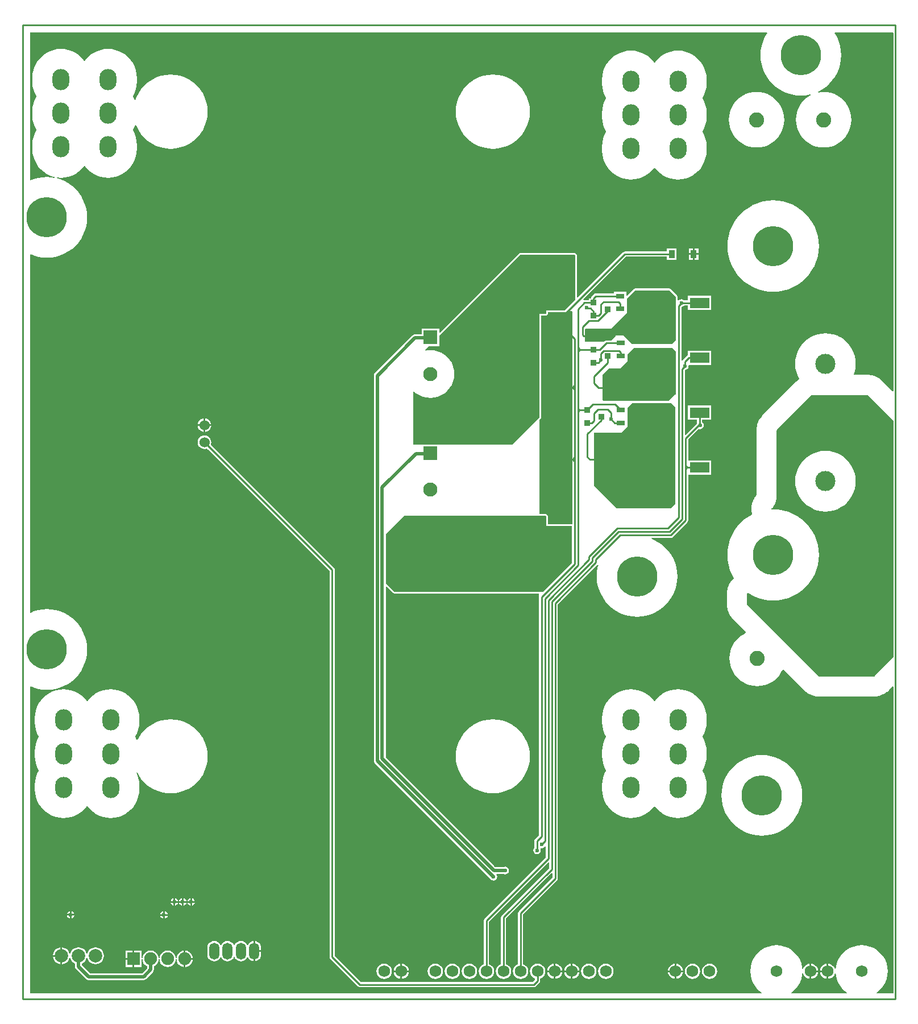
<source format=gbl>
G04*
G04 #@! TF.GenerationSoftware,Altium Limited,CircuitStudio,1.5.2 (1.5.2.30)*
G04*
G04 Layer_Physical_Order=2*
G04 Layer_Color=12500520*
%FSLAX44Y44*%
%MOMM*%
G71*
G01*
G75*
%ADD11C,0.2540*%
%ADD12C,0.5000*%
%ADD13C,1.8000*%
%ADD14C,6.0000*%
%ADD15O,2.5400X3.1750*%
%ADD16C,2.1000*%
%ADD17R,2.1000X2.1000*%
%ADD18C,1.7500*%
%ADD19C,1.5240*%
%ADD20O,1.5000X2.5000*%
%ADD21C,3.0000*%
%ADD22C,1.9050*%
%ADD23R,1.9050X1.9050*%
%ADD24C,2.2500*%
%ADD25C,2.0000*%
%ADD26C,0.6000*%
%ADD27C,0.3000*%
%ADD28R,3.0000X1.6000*%
%ADD29R,6.2000X5.8000*%
%ADD30R,0.9144X0.8128*%
%ADD31R,0.9000X1.6000*%
%ADD32R,1.6800X3.6500*%
%ADD33R,3.5000X1.6000*%
G04:AMPARAMS|DCode=34|XSize=1.6mm|YSize=3.5mm|CornerRadius=0.2mm|HoleSize=0mm|Usage=FLASHONLY|Rotation=90.000|XOffset=0mm|YOffset=0mm|HoleType=Round|Shape=RoundedRectangle|*
%AMROUNDEDRECTD34*
21,1,1.6000,3.1000,0,0,90.0*
21,1,1.2000,3.5000,0,0,90.0*
1,1,0.4000,1.5500,0.6000*
1,1,0.4000,1.5500,-0.6000*
1,1,0.4000,-1.5500,-0.6000*
1,1,0.4000,-1.5500,0.6000*
%
%ADD34ROUNDEDRECTD34*%
%ADD35R,1.3000X0.7000*%
%ADD36R,2.7500X7.8200*%
%ADD37R,0.9100X1.2200*%
G36*
X2874001Y2599102D02*
X2874000Y2066217D01*
X2873176Y2065876D01*
X2872730Y2065828D01*
X2858115Y2080443D01*
X2857216Y2081211D01*
X2856380Y2082047D01*
X2855507Y2082793D01*
X2855507Y2082793D01*
X2855507Y2082793D01*
X2855507Y2082793D01*
X2854550Y2083488D01*
X2854525Y2083510D01*
X2854496Y2083527D01*
X2851686Y2085568D01*
X2848660Y2087110D01*
X2847479Y2087712D01*
X2847479Y2087712D01*
X2847479Y2087712D01*
X2842988Y2089171D01*
X2839559Y2089714D01*
X2839526Y2089722D01*
X2839492Y2089725D01*
X2838762Y2089841D01*
X2838324Y2089910D01*
X2838324D01*
X2838324Y2089910D01*
X2838324D01*
X2837180Y2090000D01*
X2835997Y2090000D01*
X2834818Y2090093D01*
X2815876Y2090093D01*
X2815114Y2090805D01*
X2814885Y2091125D01*
X2816216Y2095046D01*
X2817367Y2100832D01*
X2817752Y2106718D01*
X2817367Y2112604D01*
X2816216Y2118390D01*
X2814320Y2123976D01*
X2811711Y2129266D01*
X2808434Y2134171D01*
X2804544Y2138606D01*
X2800109Y2142495D01*
X2795204Y2145773D01*
X2794915Y2145915D01*
X2789914Y2148382D01*
X2784328Y2150278D01*
X2778542Y2151429D01*
X2772656Y2151814D01*
X2766770Y2151429D01*
X2760984Y2150278D01*
X2755398Y2148382D01*
X2750108Y2145773D01*
X2745203Y2142495D01*
X2740768Y2138606D01*
X2736878Y2134171D01*
X2733601Y2129266D01*
X2730992Y2123976D01*
X2729096Y2118390D01*
X2727945Y2112604D01*
X2727560Y2106718D01*
X2727945Y2100832D01*
X2729096Y2095046D01*
X2730992Y2089460D01*
X2733601Y2084170D01*
X2733506Y2083913D01*
X2733113Y2083578D01*
X2732156Y2082882D01*
X2731650Y2082450D01*
X2731650Y2082450D01*
X2731178Y2082047D01*
X2730469Y2081338D01*
X2730088Y2081017D01*
X2730008Y2080925D01*
X2729915Y2080846D01*
X2729915Y2080846D01*
X2729915Y2080846D01*
X2729443Y2080443D01*
X2679650Y2030650D01*
X2678882Y2029751D01*
X2678046Y2028915D01*
X2677300Y2028042D01*
X2676606Y2027085D01*
X2676583Y2027059D01*
X2676566Y2027030D01*
X2675630Y2025743D01*
X2674525Y2024221D01*
X2674525Y2024221D01*
X2674525Y2024221D01*
X2673596Y2022398D01*
X2672381Y2020014D01*
X2672381Y2020014D01*
X2672381Y2020014D01*
X2671322Y2016756D01*
X2670922Y2015523D01*
Y2015523D01*
X2670922Y2015523D01*
X2670616Y2013597D01*
X2670379Y2012094D01*
X2670370Y2012061D01*
X2670368Y2012027D01*
X2670183Y2010859D01*
X2670093Y2009714D01*
Y2008532D01*
X2670000Y2007353D01*
X2670001Y1912182D01*
Y1912182D01*
Y1911000D01*
X2669418Y1910418D01*
X2669034Y1909890D01*
X2668382Y1909143D01*
X2668269Y1908991D01*
X2667799Y1908243D01*
X2667755Y1908186D01*
X2667755Y1908186D01*
X2667682Y1908058D01*
X2667551Y1907848D01*
X2666757Y1906756D01*
X2666296Y1905852D01*
X2665757Y1904992D01*
X2665226Y1903751D01*
X2664613Y1902548D01*
X2664300Y1901583D01*
X2663901Y1900650D01*
X2663571Y1899341D01*
X2663154Y1898057D01*
X2662995Y1897055D01*
X2662747Y1896071D01*
X2662626Y1894727D01*
X2662415Y1893393D01*
X2662415Y1892379D01*
X2662324Y1891368D01*
X2662415Y1890021D01*
X2662415Y1888671D01*
X2662573Y1887669D01*
X2662642Y1886657D01*
X2662942Y1885341D01*
X2663153Y1884007D01*
X2663244Y1883631D01*
X2663542Y1882711D01*
X2663636Y1882301D01*
X2658690Y1879568D01*
X2652463Y1875150D01*
X2646769Y1870061D01*
X2641680Y1864367D01*
X2637261Y1858139D01*
X2633568Y1851456D01*
X2630645Y1844401D01*
X2628531Y1837063D01*
X2627252Y1829534D01*
X2626824Y1821910D01*
X2627252Y1814286D01*
X2628531Y1806757D01*
X2630645Y1799419D01*
X2633568Y1792364D01*
X2636363Y1787306D01*
X2635342Y1786285D01*
X2634097Y1785147D01*
X2633675Y1784618D01*
X2633196Y1784139D01*
X2632205Y1782774D01*
X2631153Y1781455D01*
X2630818Y1780867D01*
X2630421Y1780319D01*
X2629655Y1778816D01*
X2628822Y1777348D01*
X2628584Y1776715D01*
X2628277Y1776112D01*
X2627755Y1774507D01*
X2627162Y1772927D01*
X2627027Y1772264D01*
X2626818Y1771621D01*
X2626554Y1769955D01*
X2626215Y1768301D01*
X2626185Y1767625D01*
X2626079Y1766957D01*
X2626000Y1765956D01*
X2626000Y1764774D01*
X2625907Y1763595D01*
Y1749182D01*
X2626000Y1748003D01*
X2626000Y1746821D01*
X2626082Y1745777D01*
X2626082Y1745776D01*
Y1745776D01*
X2626090Y1745675D01*
X2626237Y1744750D01*
X2626292Y1743882D01*
X2626292Y1743882D01*
X2626573Y1742628D01*
X2626829Y1741012D01*
X2626829Y1741012D01*
X2626829Y1741011D01*
X2627171Y1739959D01*
X2627324Y1739274D01*
X2627707Y1738309D01*
X2628288Y1736521D01*
X2628288Y1736521D01*
X2628289Y1736520D01*
X2628866Y1735388D01*
X2629065Y1734885D01*
X2629473Y1734196D01*
X2630432Y1732314D01*
X2630432Y1732314D01*
X2630432Y1732313D01*
X2631272Y1731157D01*
X2631471Y1730822D01*
X2631839Y1730377D01*
X2631952Y1730222D01*
X2631999Y1730157D01*
X2632151Y1729904D01*
X2632151Y1729904D01*
X2632229Y1729811D01*
X2632293Y1729707D01*
X2632513Y1729450D01*
X2633207Y1728494D01*
X2633208Y1728493D01*
X2633208Y1728493D01*
X2633208Y1728493D01*
X2633756Y1727852D01*
X2633756Y1727851D01*
X2633757Y1727851D01*
X2633954Y1727620D01*
X2634684Y1726890D01*
X2635189Y1726289D01*
X2635281Y1726209D01*
X2635360Y1726116D01*
X2635360Y1726116D01*
X2635360Y1726116D01*
X2635557Y1725885D01*
X2654279Y1707163D01*
X2654025Y1705622D01*
X2650331Y1703800D01*
X2645835Y1700796D01*
X2641769Y1697231D01*
X2638204Y1693165D01*
X2635200Y1688669D01*
X2632808Y1683819D01*
X2631070Y1678699D01*
X2630015Y1673396D01*
X2629662Y1668000D01*
X2630015Y1662604D01*
X2631070Y1657301D01*
X2632808Y1652180D01*
X2635200Y1647331D01*
X2638204Y1642835D01*
X2641769Y1638769D01*
X2645835Y1635204D01*
X2650331Y1632200D01*
X2655180Y1629808D01*
X2660301Y1628070D01*
X2665604Y1627015D01*
X2671000Y1626662D01*
X2676396Y1627015D01*
X2681699Y1628070D01*
X2686819Y1629808D01*
X2691669Y1632200D01*
X2696165Y1635204D01*
X2700231Y1638769D01*
X2703796Y1642835D01*
X2706800Y1647331D01*
X2708622Y1651025D01*
X2708975Y1651083D01*
X2710164Y1651280D01*
X2710164Y1651280D01*
X2710164Y1651280D01*
X2740887Y1620557D01*
X2741786Y1619789D01*
X2742622Y1618953D01*
X2743495Y1618207D01*
X2744452Y1617512D01*
X2744478Y1617490D01*
X2744506Y1617472D01*
X2745062Y1617068D01*
X2747315Y1615432D01*
X2751523Y1613288D01*
X2751523Y1613288D01*
X2756014Y1611828D01*
X2759309Y1611307D01*
X2759443Y1611285D01*
X2759476Y1611277D01*
X2759510Y1611275D01*
X2760678Y1611090D01*
X2761823Y1611000D01*
X2763005D01*
X2764183Y1610907D01*
X2843818D01*
X2844997Y1611000D01*
X2846179Y1611000D01*
X2847324Y1611090D01*
X2848492Y1611275D01*
X2848525Y1611277D01*
X2848559Y1611285D01*
X2851988Y1611829D01*
X2854906Y1612777D01*
X2856479Y1613288D01*
X2856479Y1613288D01*
X2856636Y1613368D01*
X2860686Y1615432D01*
X2863495Y1617473D01*
X2863524Y1617490D01*
X2863550Y1617512D01*
X2864507Y1618207D01*
X2865380Y1618953D01*
X2866216Y1619789D01*
X2867115Y1620557D01*
X2872826Y1626268D01*
X2874000Y1625782D01*
X2873999Y1168999D01*
X2849250Y1168999D01*
X2848905Y1170221D01*
X2849447Y1170554D01*
X2854085Y1174515D01*
X2858047Y1179153D01*
X2861234Y1184353D01*
X2863568Y1189988D01*
X2864991Y1195919D01*
X2865470Y1202000D01*
X2864991Y1208080D01*
X2863568Y1214011D01*
X2861234Y1219646D01*
X2858047Y1224847D01*
X2854085Y1229485D01*
X2849447Y1233446D01*
X2844247Y1236633D01*
X2838611Y1238967D01*
X2832681Y1240391D01*
X2826600Y1240870D01*
X2820520Y1240391D01*
X2814589Y1238967D01*
X2808954Y1236633D01*
X2803753Y1233446D01*
X2799115Y1229485D01*
X2795154Y1224847D01*
X2791967Y1219646D01*
X2789633Y1214011D01*
X2788209Y1208080D01*
X2787986Y1205240D01*
X2787485Y1205117D01*
X2786706Y1205173D01*
X2785662Y1207693D01*
X2783852Y1210052D01*
X2781494Y1211862D01*
X2778747Y1212999D01*
X2777070Y1213220D01*
Y1202000D01*
Y1190780D01*
X2778747Y1191001D01*
X2781494Y1192138D01*
X2783852Y1193948D01*
X2785662Y1196306D01*
X2786706Y1198827D01*
X2787485Y1198883D01*
X2787986Y1198760D01*
X2788209Y1195919D01*
X2789633Y1189988D01*
X2791967Y1184353D01*
X2795154Y1179153D01*
X2799115Y1174515D01*
X2803753Y1170554D01*
X2804295Y1170221D01*
X2803950Y1168999D01*
X2722250Y1168999D01*
X2721906Y1170222D01*
X2722447Y1170554D01*
X2727085Y1174515D01*
X2731046Y1179153D01*
X2734233Y1184353D01*
X2736567Y1189988D01*
X2737991Y1195919D01*
X2738215Y1198760D01*
X2738715Y1198883D01*
X2739494Y1198827D01*
X2740538Y1196306D01*
X2742348Y1193948D01*
X2744706Y1192138D01*
X2747453Y1191001D01*
X2749130Y1190780D01*
Y1202000D01*
Y1213220D01*
X2747453Y1212999D01*
X2744706Y1211862D01*
X2742348Y1210052D01*
X2740538Y1207693D01*
X2739494Y1205173D01*
X2738715Y1205117D01*
X2738215Y1205240D01*
X2737991Y1208080D01*
X2736567Y1214011D01*
X2734233Y1219646D01*
X2731046Y1224847D01*
X2727085Y1229485D01*
X2722447Y1233446D01*
X2717247Y1236633D01*
X2711612Y1238967D01*
X2705681Y1240391D01*
X2699600Y1240870D01*
X2693520Y1240391D01*
X2687589Y1238967D01*
X2681954Y1236633D01*
X2676753Y1233446D01*
X2672115Y1229485D01*
X2668154Y1224847D01*
X2664967Y1219646D01*
X2662633Y1214011D01*
X2661209Y1208080D01*
X2660730Y1202000D01*
X2661209Y1195919D01*
X2662633Y1189988D01*
X2664967Y1184353D01*
X2668154Y1179153D01*
X2672115Y1174515D01*
X2676753Y1170554D01*
X2677295Y1170222D01*
X2676950Y1168999D01*
X1587844Y1169000D01*
X1587844Y1625334D01*
X1588900Y1626039D01*
X1593152Y1624278D01*
X1599628Y1622412D01*
X1606272Y1621283D01*
X1613000Y1620905D01*
X1619729Y1621283D01*
X1626372Y1622412D01*
X1632848Y1624278D01*
X1639074Y1626857D01*
X1644972Y1630116D01*
X1650468Y1634016D01*
X1655493Y1638507D01*
X1659984Y1643532D01*
X1663884Y1649028D01*
X1667143Y1654926D01*
X1669722Y1661152D01*
X1671588Y1667628D01*
X1672717Y1674272D01*
X1673095Y1681000D01*
X1672717Y1687728D01*
X1671588Y1694372D01*
X1669722Y1700848D01*
X1667143Y1707074D01*
X1663884Y1712972D01*
X1659984Y1718468D01*
X1655493Y1723493D01*
X1650468Y1727984D01*
X1644972Y1731884D01*
X1639074Y1735143D01*
X1632848Y1737722D01*
X1626372Y1739588D01*
X1619729Y1740717D01*
X1613000Y1741095D01*
X1606272Y1740717D01*
X1599628Y1739588D01*
X1593152Y1737722D01*
X1588900Y1735961D01*
X1587844Y1736667D01*
X1587844Y2268833D01*
X1588900Y2269539D01*
X1593152Y2267778D01*
X1599628Y2265912D01*
X1606272Y2264783D01*
X1613000Y2264406D01*
X1619729Y2264783D01*
X1626372Y2265912D01*
X1632848Y2267778D01*
X1639074Y2270357D01*
X1644972Y2273616D01*
X1650468Y2277516D01*
X1655493Y2282007D01*
X1659984Y2287032D01*
X1663884Y2292528D01*
X1667143Y2298426D01*
X1669722Y2304652D01*
X1671588Y2311128D01*
X1672717Y2317771D01*
X1673095Y2324500D01*
X1672717Y2331228D01*
X1671588Y2337872D01*
X1669722Y2344348D01*
X1667143Y2350574D01*
X1663884Y2356472D01*
X1659984Y2361968D01*
X1655493Y2366993D01*
X1650468Y2371484D01*
X1644972Y2375383D01*
X1639074Y2378643D01*
X1632848Y2381222D01*
X1627120Y2382872D01*
X1627420Y2384108D01*
X1628466Y2383900D01*
X1634052Y2383533D01*
X1639637Y2383900D01*
X1645127Y2384991D01*
X1650428Y2386791D01*
X1655448Y2389266D01*
X1660102Y2392376D01*
X1664310Y2396067D01*
X1668001Y2400275D01*
X1668469Y2400976D01*
X1669739D01*
X1670207Y2400275D01*
X1673898Y2396067D01*
X1678106Y2392376D01*
X1682760Y2389266D01*
X1687780Y2386791D01*
X1693081Y2384991D01*
X1698571Y2383900D01*
X1704156Y2383533D01*
X1709741Y2383900D01*
X1715231Y2384991D01*
X1720532Y2386791D01*
X1725552Y2389266D01*
X1730206Y2392376D01*
X1734414Y2396067D01*
X1738105Y2400275D01*
X1741215Y2404929D01*
X1743690Y2409949D01*
X1745490Y2415250D01*
X1746582Y2420740D01*
X1746948Y2426325D01*
Y2432675D01*
X1746582Y2438260D01*
X1745490Y2443750D01*
X1743690Y2449051D01*
X1741215Y2454071D01*
X1740928Y2454500D01*
X1741215Y2454929D01*
X1743690Y2459949D01*
X1744515Y2462380D01*
X1745785D01*
X1746291Y2460892D01*
X1749482Y2454421D01*
X1753490Y2448422D01*
X1758247Y2442997D01*
X1763672Y2438240D01*
X1769671Y2434232D01*
X1776142Y2431040D01*
X1782974Y2428721D01*
X1790050Y2427314D01*
X1797250Y2426842D01*
X1804450Y2427314D01*
X1811526Y2428721D01*
X1818358Y2431040D01*
X1824829Y2434232D01*
X1830828Y2438240D01*
X1836253Y2442997D01*
X1841010Y2448422D01*
X1845018Y2454421D01*
X1848210Y2460892D01*
X1850529Y2467724D01*
X1851936Y2474800D01*
X1852408Y2482000D01*
X1851936Y2489200D01*
X1850529Y2496276D01*
X1848210Y2503108D01*
X1845018Y2509579D01*
X1841010Y2515578D01*
X1836253Y2521003D01*
X1830828Y2525760D01*
X1824829Y2529768D01*
X1818358Y2532959D01*
X1811526Y2535278D01*
X1804450Y2536686D01*
X1797250Y2537158D01*
X1790050Y2536686D01*
X1782974Y2535278D01*
X1776142Y2532959D01*
X1769671Y2529768D01*
X1763672Y2525760D01*
X1758247Y2521003D01*
X1753490Y2515578D01*
X1749482Y2509579D01*
X1746291Y2503108D01*
X1744913Y2499051D01*
X1744308D01*
X1743620Y2499193D01*
X1741215Y2504071D01*
X1740928Y2504500D01*
X1741215Y2504929D01*
X1743690Y2509949D01*
X1745490Y2515250D01*
X1746582Y2520740D01*
X1746948Y2526325D01*
Y2532675D01*
X1746582Y2538260D01*
X1745490Y2543750D01*
X1743690Y2549051D01*
X1741215Y2554071D01*
X1738105Y2558725D01*
X1734414Y2562933D01*
X1730206Y2566624D01*
X1725552Y2569734D01*
X1720532Y2572209D01*
X1715231Y2574008D01*
X1709741Y2575100D01*
X1704156Y2575467D01*
X1698571Y2575100D01*
X1693081Y2574008D01*
X1687780Y2572209D01*
X1682760Y2569734D01*
X1678106Y2566624D01*
X1673898Y2562933D01*
X1670207Y2558725D01*
X1669739Y2558024D01*
X1668469D01*
X1668001Y2558725D01*
X1664310Y2562933D01*
X1660102Y2566624D01*
X1655448Y2569734D01*
X1650428Y2572209D01*
X1645127Y2574008D01*
X1639637Y2575100D01*
X1634052Y2575467D01*
X1628466Y2575100D01*
X1622977Y2574008D01*
X1617676Y2572209D01*
X1612656Y2569734D01*
X1608002Y2566624D01*
X1603794Y2562933D01*
X1600103Y2558725D01*
X1596993Y2554071D01*
X1594518Y2549051D01*
X1592719Y2543750D01*
X1591626Y2538260D01*
X1591260Y2532675D01*
Y2526325D01*
X1591626Y2520740D01*
X1592719Y2515250D01*
X1594518Y2509949D01*
X1596993Y2504929D01*
X1597280Y2504500D01*
X1596993Y2504071D01*
X1594518Y2499051D01*
X1592719Y2493750D01*
X1591626Y2488260D01*
X1591260Y2482675D01*
Y2476325D01*
X1591626Y2470740D01*
X1592719Y2465250D01*
X1594518Y2459949D01*
X1596993Y2454929D01*
X1597280Y2454500D01*
X1596993Y2454071D01*
X1594518Y2449051D01*
X1592719Y2443750D01*
X1591626Y2438260D01*
X1591260Y2432675D01*
Y2426325D01*
X1591626Y2420740D01*
X1592719Y2415250D01*
X1594518Y2409949D01*
X1596993Y2404929D01*
X1600103Y2400275D01*
X1603794Y2396067D01*
X1608002Y2392376D01*
X1612656Y2389266D01*
X1617676Y2386791D01*
X1622977Y2384991D01*
X1624304Y2384727D01*
X1624073Y2383478D01*
X1619729Y2384217D01*
X1613000Y2384595D01*
X1606272Y2384217D01*
X1599628Y2383088D01*
X1593152Y2381222D01*
X1588900Y2379461D01*
X1587844Y2380166D01*
X1587844Y2600000D01*
X2685172Y2600001D01*
X2685755Y2598872D01*
X2685117Y2597972D01*
X2681857Y2592074D01*
X2679278Y2585848D01*
X2677412Y2579372D01*
X2676284Y2572728D01*
X2675905Y2566000D01*
X2676284Y2559271D01*
X2677412Y2552628D01*
X2679278Y2546152D01*
X2681857Y2539926D01*
X2685117Y2534028D01*
X2689016Y2528531D01*
X2693507Y2523507D01*
X2698532Y2519016D01*
X2704028Y2515116D01*
X2709926Y2511857D01*
X2716152Y2509278D01*
X2722628Y2507412D01*
X2729272Y2506283D01*
X2736000Y2505905D01*
X2742729Y2506283D01*
X2749372Y2507412D01*
X2750227Y2507658D01*
X2750688Y2506469D01*
X2749331Y2505800D01*
X2744835Y2502796D01*
X2740769Y2499231D01*
X2737204Y2495165D01*
X2734200Y2490669D01*
X2731808Y2485820D01*
X2730070Y2480699D01*
X2729015Y2475396D01*
X2728661Y2470000D01*
X2729015Y2464604D01*
X2730070Y2459301D01*
X2731808Y2454180D01*
X2734200Y2449331D01*
X2737204Y2444835D01*
X2740769Y2440769D01*
X2744835Y2437204D01*
X2749331Y2434200D01*
X2754180Y2431808D01*
X2759301Y2430070D01*
X2764604Y2429015D01*
X2770000Y2428661D01*
X2775396Y2429015D01*
X2780699Y2430070D01*
X2785819Y2431808D01*
X2790669Y2434200D01*
X2795165Y2437204D01*
X2799231Y2440769D01*
X2802796Y2444835D01*
X2805800Y2449331D01*
X2808192Y2454180D01*
X2809930Y2459301D01*
X2810985Y2464604D01*
X2811339Y2470000D01*
X2810985Y2475396D01*
X2809930Y2480699D01*
X2808192Y2485820D01*
X2805800Y2490669D01*
X2802796Y2495165D01*
X2799231Y2499231D01*
X2795165Y2502796D01*
X2790669Y2505800D01*
X2785819Y2508192D01*
X2780699Y2509930D01*
X2775396Y2510985D01*
X2770000Y2511339D01*
X2764604Y2510985D01*
X2762072Y2510481D01*
X2761702Y2511702D01*
X2762074Y2511857D01*
X2767972Y2515116D01*
X2773469Y2519016D01*
X2778493Y2523507D01*
X2782984Y2528531D01*
X2786884Y2534028D01*
X2790143Y2539926D01*
X2792722Y2546152D01*
X2794588Y2552628D01*
X2795717Y2559271D01*
X2796095Y2566000D01*
X2795717Y2572728D01*
X2794588Y2579372D01*
X2792722Y2585848D01*
X2790143Y2592074D01*
X2786884Y2597972D01*
X2786245Y2598872D01*
X2786828Y2600001D01*
X2873102Y2600001D01*
X2874001Y2599102D01*
D02*
G37*
G36*
X2835963Y2059910D02*
X2836836Y2059164D01*
X2851548Y2044452D01*
X2851548Y2044452D01*
X2874000Y2022000D01*
X2874000Y1670000D01*
X2845836Y1641836D01*
X2844962Y1641090D01*
X2843818Y1641000D01*
X2764183D01*
X2763039Y1641090D01*
X2762166Y1641836D01*
X2731442Y1672558D01*
X2731442Y1672558D01*
X2656836Y1747164D01*
X2656638Y1747395D01*
X2656638Y1747395D01*
X2656638Y1747395D01*
X2656090Y1748037D01*
X2656082Y1748138D01*
X2656082Y1748138D01*
X2656000Y1749182D01*
Y1763595D01*
X2656079Y1764595D01*
X2657093Y1765385D01*
X2658690Y1764251D01*
X2665374Y1760558D01*
X2672429Y1757635D01*
X2679767Y1755521D01*
X2687296Y1754242D01*
X2694920Y1753814D01*
X2702544Y1754242D01*
X2710073Y1755521D01*
X2717411Y1757635D01*
X2724466Y1760558D01*
X2731149Y1764251D01*
X2737377Y1768670D01*
X2743071Y1773759D01*
X2748159Y1779453D01*
X2752578Y1785681D01*
X2756272Y1792364D01*
X2759195Y1799419D01*
X2761309Y1806757D01*
X2762588Y1814286D01*
X2763016Y1821910D01*
X2762588Y1829534D01*
X2761309Y1837063D01*
X2759195Y1844401D01*
X2756272Y1851456D01*
X2752578Y1858139D01*
X2748159Y1864367D01*
X2743071Y1870061D01*
X2737377Y1875150D01*
X2731149Y1879568D01*
X2724466Y1883262D01*
X2717411Y1886185D01*
X2710073Y1888299D01*
X2702544Y1889578D01*
X2694920Y1890006D01*
X2692746Y1889884D01*
X2692505Y1890654D01*
X2692415Y1891031D01*
X2692528Y1891184D01*
X2692793Y1891494D01*
X2692793Y1891494D01*
X2692793Y1891494D01*
X2692824Y1891530D01*
X2694346Y1893312D01*
X2696813Y1897338D01*
X2696813Y1897339D01*
X2697653Y1899365D01*
X2698620Y1901701D01*
X2699723Y1906293D01*
Y1906293D01*
X2699723Y1906293D01*
X2699835Y1907720D01*
X2699910Y1908676D01*
Y1908676D01*
X2700001Y1909821D01*
Y1909821D01*
X2700093Y1911000D01*
X2700093Y1911001D01*
Y1912182D01*
Y1912182D01*
X2700093Y2007353D01*
X2700183Y2008498D01*
X2700929Y2009371D01*
X2750721Y2059164D01*
X2751194Y2059567D01*
X2751194Y2059567D01*
X2751194Y2059568D01*
X2751700Y2060000D01*
X2815625Y2060000D01*
X2815625D01*
X2834818Y2060000D01*
X2835963Y2059910D01*
D02*
G37*
%LPC*%
G36*
X2396070Y1213220D02*
Y1203270D01*
X2406020D01*
X2405800Y1204947D01*
X2404662Y1207693D01*
X2402852Y1210052D01*
X2400494Y1211862D01*
X2397747Y1212999D01*
X2396070Y1213220D01*
D02*
G37*
G36*
X2370670D02*
Y1203270D01*
X2380620D01*
X2380399Y1204947D01*
X2379262Y1207693D01*
X2377452Y1210052D01*
X2375094Y1211862D01*
X2372347Y1212999D01*
X2370670Y1213220D01*
D02*
G37*
G36*
X1740730Y1219190D02*
X1729935D01*
Y1208395D01*
X1740730D01*
Y1219190D01*
D02*
G37*
G36*
X2751670Y1213220D02*
Y1203270D01*
X2761620D01*
X2761400Y1204947D01*
X2760262Y1207693D01*
X2758452Y1210052D01*
X2756094Y1211862D01*
X2753347Y1212999D01*
X2751670Y1213220D01*
D02*
G37*
G36*
X2368130Y1213220D02*
X2366453Y1212999D01*
X2363706Y1211862D01*
X2361348Y1210052D01*
X2359538Y1207693D01*
X2358401Y1204947D01*
X2358180Y1203270D01*
X2368130D01*
Y1213220D01*
D02*
G37*
G36*
X2774530D02*
X2772853Y1212999D01*
X2770107Y1211862D01*
X2767748Y1210052D01*
X2765938Y1207693D01*
X2764801Y1204947D01*
X2764580Y1203270D01*
X2774530D01*
Y1213220D01*
D02*
G37*
G36*
X2393530D02*
X2391853Y1212999D01*
X2389106Y1211862D01*
X2386748Y1210052D01*
X2384938Y1207693D01*
X2383801Y1204947D01*
X2383580Y1203270D01*
X2393530D01*
Y1213220D01*
D02*
G37*
G36*
X2550570Y1213220D02*
Y1203270D01*
X2560520D01*
X2560300Y1204947D01*
X2559162Y1207693D01*
X2557352Y1210052D01*
X2554994Y1211862D01*
X2552247Y1212999D01*
X2550570Y1213220D01*
D02*
G37*
G36*
X2142070D02*
Y1203270D01*
X2152020D01*
X2151799Y1204947D01*
X2150662Y1207693D01*
X2148852Y1210052D01*
X2146494Y1211862D01*
X2143747Y1212999D01*
X2142070Y1213220D01*
D02*
G37*
G36*
X1830202Y1219190D02*
X1819470D01*
Y1208458D01*
X1821349Y1208706D01*
X1824284Y1209921D01*
X1826805Y1211855D01*
X1828739Y1214375D01*
X1829954Y1217310D01*
X1830202Y1219190D01*
D02*
G37*
G36*
X1923270Y1246899D02*
Y1233210D01*
X1932126D01*
Y1236940D01*
X1931781Y1239561D01*
X1930770Y1242003D01*
X1929160Y1244101D01*
X1927063Y1245710D01*
X1924621Y1246722D01*
X1923270Y1246899D01*
D02*
G37*
G36*
X1685400Y1237648D02*
X1682126Y1237217D01*
X1679076Y1235954D01*
X1676456Y1233944D01*
X1674446Y1231324D01*
X1673387Y1228767D01*
X1672013D01*
X1670954Y1231324D01*
X1668944Y1233944D01*
X1666324Y1235954D01*
X1663274Y1237217D01*
X1660000Y1237648D01*
X1656726Y1237217D01*
X1653676Y1235954D01*
X1651056Y1233944D01*
X1649046Y1231324D01*
X1647987Y1228767D01*
X1646613D01*
X1645554Y1231324D01*
X1643544Y1233944D01*
X1640924Y1235954D01*
X1637874Y1237217D01*
X1635870Y1237481D01*
Y1225000D01*
Y1212519D01*
X1637874Y1212783D01*
X1640924Y1214046D01*
X1643544Y1216056D01*
X1645554Y1218676D01*
X1646613Y1221233D01*
X1647987D01*
X1649046Y1218676D01*
X1651056Y1216056D01*
X1653676Y1214046D01*
X1654861Y1213555D01*
Y1209000D01*
X1655252Y1207033D01*
X1656366Y1205366D01*
X1671366Y1190366D01*
X1673033Y1189252D01*
X1675000Y1188861D01*
X1757000D01*
X1758966Y1189252D01*
X1760634Y1190366D01*
X1771033Y1200766D01*
X1772147Y1202433D01*
X1772539Y1204400D01*
Y1209529D01*
X1773484Y1209921D01*
X1776005Y1211855D01*
X1777939Y1214375D01*
X1779154Y1217310D01*
X1779459Y1219628D01*
X1780740D01*
X1781045Y1217310D01*
X1782261Y1214375D01*
X1784195Y1211855D01*
X1786715Y1209921D01*
X1789650Y1208706D01*
X1792800Y1208291D01*
X1795950Y1208706D01*
X1798884Y1209921D01*
X1801405Y1211855D01*
X1803339Y1214375D01*
X1804554Y1217310D01*
X1804859Y1219628D01*
X1806140D01*
X1806445Y1217310D01*
X1807661Y1214375D01*
X1809595Y1211855D01*
X1812115Y1209921D01*
X1815050Y1208706D01*
X1816930Y1208458D01*
Y1220460D01*
Y1232462D01*
X1815050Y1232215D01*
X1812115Y1230999D01*
X1809595Y1229065D01*
X1807661Y1226545D01*
X1806445Y1223610D01*
X1806140Y1221292D01*
X1804859D01*
X1804554Y1223610D01*
X1803339Y1226545D01*
X1801405Y1229065D01*
X1798884Y1230999D01*
X1795950Y1232215D01*
X1792800Y1232629D01*
X1789650Y1232215D01*
X1786715Y1230999D01*
X1784195Y1229065D01*
X1782261Y1226545D01*
X1781045Y1223610D01*
X1780740Y1221292D01*
X1779459D01*
X1779154Y1223610D01*
X1777939Y1226545D01*
X1776005Y1229065D01*
X1773484Y1230999D01*
X1770549Y1232215D01*
X1767400Y1232629D01*
X1764250Y1232215D01*
X1761315Y1230999D01*
X1758795Y1229065D01*
X1756861Y1226545D01*
X1755645Y1223610D01*
X1755335Y1221251D01*
X1754065Y1221334D01*
Y1232525D01*
X1743270D01*
Y1220460D01*
Y1208395D01*
X1754065D01*
Y1219586D01*
X1755335Y1219669D01*
X1755645Y1217310D01*
X1756861Y1214375D01*
X1758795Y1211855D01*
X1761315Y1209921D01*
X1762261Y1209529D01*
Y1206528D01*
X1754871Y1199139D01*
X1677128D01*
X1665139Y1211128D01*
Y1213555D01*
X1666324Y1214046D01*
X1668944Y1216056D01*
X1670954Y1218676D01*
X1672013Y1221233D01*
X1673387D01*
X1674446Y1218676D01*
X1676456Y1216056D01*
X1679076Y1214046D01*
X1682126Y1212783D01*
X1685400Y1212352D01*
X1688674Y1212783D01*
X1691724Y1214046D01*
X1694344Y1216056D01*
X1696354Y1218676D01*
X1697617Y1221726D01*
X1698048Y1225000D01*
X1697617Y1228274D01*
X1696354Y1231324D01*
X1694344Y1233944D01*
X1691724Y1235954D01*
X1688674Y1237217D01*
X1685400Y1237648D01*
D02*
G37*
G36*
X1902000Y1247067D02*
X1899379Y1246722D01*
X1896937Y1245710D01*
X1894839Y1244101D01*
X1893230Y1242003D01*
X1892687Y1240693D01*
X1891313D01*
X1890770Y1242003D01*
X1889160Y1244101D01*
X1887063Y1245710D01*
X1884621Y1246722D01*
X1882000Y1247067D01*
X1879379Y1246722D01*
X1876937Y1245710D01*
X1874839Y1244101D01*
X1873230Y1242003D01*
X1872687Y1240693D01*
X1871313D01*
X1870770Y1242003D01*
X1869160Y1244101D01*
X1867063Y1245710D01*
X1864621Y1246722D01*
X1862000Y1247067D01*
X1859379Y1246722D01*
X1856936Y1245710D01*
X1854839Y1244101D01*
X1853230Y1242003D01*
X1852218Y1239561D01*
X1851873Y1236940D01*
Y1226940D01*
X1852218Y1224319D01*
X1853230Y1221877D01*
X1854839Y1219779D01*
X1856936Y1218170D01*
X1859379Y1217158D01*
X1862000Y1216813D01*
X1864621Y1217158D01*
X1867063Y1218170D01*
X1869160Y1219779D01*
X1870770Y1221877D01*
X1871313Y1223187D01*
X1872687D01*
X1873230Y1221877D01*
X1874839Y1219779D01*
X1876937Y1218170D01*
X1879379Y1217158D01*
X1882000Y1216813D01*
X1884621Y1217158D01*
X1887063Y1218170D01*
X1889160Y1219779D01*
X1890770Y1221877D01*
X1891313Y1223187D01*
X1892687D01*
X1893230Y1221877D01*
X1894839Y1219779D01*
X1896937Y1218170D01*
X1899379Y1217158D01*
X1902000Y1216813D01*
X1904621Y1217158D01*
X1907063Y1218170D01*
X1909160Y1219779D01*
X1910770Y1221877D01*
X1911313Y1223187D01*
X1912687D01*
X1913230Y1221877D01*
X1914839Y1219779D01*
X1916937Y1218170D01*
X1919379Y1217158D01*
X1920730Y1216981D01*
Y1231940D01*
Y1246899D01*
X1919379Y1246722D01*
X1916937Y1245710D01*
X1914839Y1244101D01*
X1913230Y1242003D01*
X1912687Y1240693D01*
X1911313D01*
X1910770Y1242003D01*
X1909160Y1244101D01*
X1907063Y1245710D01*
X1904621Y1246722D01*
X1902000Y1247067D01*
D02*
G37*
G36*
X1792740Y1284630D02*
X1788614D01*
Y1280504D01*
X1789505Y1280681D01*
X1791338Y1281906D01*
X1792562Y1283739D01*
X1792740Y1284630D01*
D02*
G37*
G36*
X1786074D02*
X1781948D01*
X1782125Y1283739D01*
X1783350Y1281906D01*
X1785182Y1280681D01*
X1786074Y1280504D01*
Y1284630D01*
D02*
G37*
G36*
X1932126Y1230670D02*
X1923270D01*
Y1216981D01*
X1924621Y1217158D01*
X1927063Y1218170D01*
X1929160Y1219779D01*
X1930770Y1221877D01*
X1931781Y1224319D01*
X1932126Y1226940D01*
Y1230670D01*
D02*
G37*
G36*
X1633330Y1223730D02*
X1622119D01*
X1622383Y1221726D01*
X1623646Y1218676D01*
X1625656Y1216056D01*
X1628276Y1214046D01*
X1631326Y1212783D01*
X1633330Y1212519D01*
Y1223730D01*
D02*
G37*
G36*
X1740730Y1232525D02*
X1729935D01*
Y1221730D01*
X1740730D01*
Y1232525D01*
D02*
G37*
G36*
X1633330Y1237481D02*
X1631326Y1237217D01*
X1628276Y1235954D01*
X1625656Y1233944D01*
X1623646Y1231324D01*
X1622383Y1228274D01*
X1622119Y1226270D01*
X1633330D01*
Y1237481D01*
D02*
G37*
G36*
X1819470Y1232462D02*
Y1221730D01*
X1830202D01*
X1829954Y1223610D01*
X1828739Y1226545D01*
X1826805Y1229065D01*
X1824284Y1230999D01*
X1821349Y1232215D01*
X1819470Y1232462D01*
D02*
G37*
G36*
X2548030Y1213220D02*
X2546353Y1212999D01*
X2543607Y1211862D01*
X2541248Y1210052D01*
X2539438Y1207693D01*
X2538301Y1204947D01*
X2538080Y1203270D01*
X2548030D01*
Y1213220D01*
D02*
G37*
G36*
X2445600Y1213387D02*
X2442653Y1212999D01*
X2439906Y1211862D01*
X2437548Y1210052D01*
X2435738Y1207693D01*
X2434601Y1204947D01*
X2434213Y1202000D01*
X2434601Y1199053D01*
X2435738Y1196306D01*
X2437548Y1193948D01*
X2439906Y1192138D01*
X2442653Y1191001D01*
X2445600Y1190612D01*
X2448547Y1191001D01*
X2451294Y1192138D01*
X2453652Y1193948D01*
X2455462Y1196306D01*
X2456599Y1199053D01*
X2456987Y1202000D01*
X2456599Y1204947D01*
X2455462Y1207693D01*
X2453652Y1210052D01*
X2451294Y1211862D01*
X2448547Y1212999D01*
X2445600Y1213387D01*
D02*
G37*
G36*
X2420200D02*
X2417253Y1212999D01*
X2414506Y1211862D01*
X2412148Y1210052D01*
X2410338Y1207693D01*
X2409201Y1204947D01*
X2408813Y1202000D01*
X2409201Y1199053D01*
X2410338Y1196306D01*
X2412148Y1193948D01*
X2414506Y1192138D01*
X2417253Y1191001D01*
X2420200Y1190612D01*
X2423147Y1191001D01*
X2425894Y1192138D01*
X2428252Y1193948D01*
X2430062Y1196306D01*
X2431199Y1199053D01*
X2431588Y1202000D01*
X2431199Y1204947D01*
X2430062Y1207693D01*
X2428252Y1210052D01*
X2425894Y1211862D01*
X2423147Y1212999D01*
X2420200Y1213387D01*
D02*
G37*
G36*
X2574700D02*
X2571753Y1212999D01*
X2569006Y1211862D01*
X2566648Y1210052D01*
X2564838Y1207693D01*
X2563701Y1204947D01*
X2563313Y1202000D01*
X2563701Y1199053D01*
X2564838Y1196306D01*
X2566648Y1193948D01*
X2569006Y1192138D01*
X2571753Y1191001D01*
X2574700Y1190612D01*
X2577647Y1191001D01*
X2580394Y1192138D01*
X2582752Y1193948D01*
X2584562Y1196306D01*
X2585699Y1199053D01*
X2586088Y1202000D01*
X2585699Y1204947D01*
X2584562Y1207693D01*
X2582752Y1210052D01*
X2580394Y1211862D01*
X2577647Y1212999D01*
X2574700Y1213387D01*
D02*
G37*
G36*
X2139530Y1200730D02*
X2129580D01*
X2129801Y1199053D01*
X2130938Y1196306D01*
X2132748Y1193948D01*
X2135106Y1192138D01*
X2137853Y1191001D01*
X2139530Y1190780D01*
Y1200730D01*
D02*
G37*
G36*
X2600100Y1213387D02*
X2597153Y1212999D01*
X2594406Y1211862D01*
X2592048Y1210052D01*
X2590238Y1207693D01*
X2589101Y1204947D01*
X2588713Y1202000D01*
X2589101Y1199053D01*
X2590238Y1196306D01*
X2592048Y1193948D01*
X2594406Y1192138D01*
X2597153Y1191001D01*
X2600100Y1190612D01*
X2603047Y1191001D01*
X2605794Y1192138D01*
X2608152Y1193948D01*
X2609962Y1196306D01*
X2611100Y1199053D01*
X2611488Y1202000D01*
X2611100Y1204947D01*
X2609962Y1207693D01*
X2608152Y1210052D01*
X2605794Y1211862D01*
X2603047Y1212999D01*
X2600100Y1213387D01*
D02*
G37*
G36*
X2115400D02*
X2112453Y1212999D01*
X2109706Y1211862D01*
X2107348Y1210052D01*
X2105538Y1207693D01*
X2104401Y1204947D01*
X2104013Y1202000D01*
X2104401Y1199053D01*
X2105538Y1196306D01*
X2107348Y1193948D01*
X2109706Y1192138D01*
X2112453Y1191001D01*
X2115400Y1190612D01*
X2118347Y1191001D01*
X2121094Y1192138D01*
X2123452Y1193948D01*
X2125262Y1196306D01*
X2126400Y1199053D01*
X2126788Y1202000D01*
X2126400Y1204947D01*
X2125262Y1207693D01*
X2123452Y1210052D01*
X2121094Y1211862D01*
X2118347Y1212999D01*
X2115400Y1213387D01*
D02*
G37*
G36*
X1847750Y2000098D02*
X1845098Y1999748D01*
X1842626Y1998725D01*
X1840504Y1997096D01*
X1838875Y1994974D01*
X1837852Y1992502D01*
X1837502Y1989850D01*
X1837852Y1987198D01*
X1838875Y1984726D01*
X1840504Y1982604D01*
X1842626Y1980975D01*
X1845098Y1979951D01*
X1847750Y1979602D01*
X1850402Y1979951D01*
X1851642Y1980465D01*
X2034115Y1797991D01*
Y1223500D01*
X2034411Y1222013D01*
X2035253Y1220753D01*
X2076753Y1179253D01*
X2078013Y1178411D01*
X2079500Y1178115D01*
X2338250D01*
X2339737Y1178411D01*
X2340997Y1179253D01*
X2346747Y1185003D01*
X2347589Y1186263D01*
X2347885Y1187750D01*
Y1191389D01*
X2349694Y1192138D01*
X2352052Y1193948D01*
X2353862Y1196306D01*
X2355000Y1199053D01*
X2355388Y1202000D01*
X2355000Y1204947D01*
X2353862Y1207693D01*
X2352052Y1210052D01*
X2349694Y1211862D01*
X2346947Y1212999D01*
X2344000Y1213387D01*
X2341053Y1212999D01*
X2338306Y1211862D01*
X2335948Y1210052D01*
X2334138Y1207693D01*
X2333001Y1204947D01*
X2332613Y1202000D01*
X2333001Y1199053D01*
X2334138Y1196306D01*
X2335948Y1193948D01*
X2338306Y1192138D01*
X2340116Y1191389D01*
Y1189359D01*
X2336641Y1185884D01*
X2081109D01*
X2041885Y1225109D01*
Y1799600D01*
X2041589Y1801086D01*
X2040747Y1802347D01*
X1857135Y1985958D01*
X1857648Y1987198D01*
X1857998Y1989850D01*
X1857648Y1992502D01*
X1856625Y1994974D01*
X1854996Y1997096D01*
X1852874Y1998725D01*
X1850402Y1999748D01*
X1847750Y2000098D01*
D02*
G37*
G36*
X2191600Y1213387D02*
X2188653Y1212999D01*
X2185906Y1211862D01*
X2183548Y1210052D01*
X2181738Y1207693D01*
X2180601Y1204947D01*
X2180213Y1202000D01*
X2180601Y1199053D01*
X2181738Y1196306D01*
X2183548Y1193948D01*
X2185906Y1192138D01*
X2188653Y1191001D01*
X2191600Y1190612D01*
X2194547Y1191001D01*
X2197294Y1192138D01*
X2199652Y1193948D01*
X2201462Y1196306D01*
X2202599Y1199053D01*
X2202988Y1202000D01*
X2202599Y1204947D01*
X2201462Y1207693D01*
X2199652Y1210052D01*
X2197294Y1211862D01*
X2194547Y1212999D01*
X2191600Y1213387D01*
D02*
G37*
G36*
X2242400D02*
X2239453Y1212999D01*
X2236706Y1211862D01*
X2234348Y1210052D01*
X2232538Y1207693D01*
X2231401Y1204947D01*
X2231013Y1202000D01*
X2231401Y1199053D01*
X2232538Y1196306D01*
X2234348Y1193948D01*
X2236706Y1192138D01*
X2239453Y1191001D01*
X2242400Y1190612D01*
X2245347Y1191001D01*
X2248094Y1192138D01*
X2250452Y1193948D01*
X2252262Y1196306D01*
X2253400Y1199053D01*
X2253788Y1202000D01*
X2253400Y1204947D01*
X2252262Y1207693D01*
X2250452Y1210052D01*
X2248094Y1211862D01*
X2245347Y1212999D01*
X2242400Y1213387D01*
D02*
G37*
G36*
X2217000D02*
X2214053Y1212999D01*
X2211306Y1211862D01*
X2208948Y1210052D01*
X2207138Y1207693D01*
X2206001Y1204947D01*
X2205613Y1202000D01*
X2206001Y1199053D01*
X2207138Y1196306D01*
X2208948Y1193948D01*
X2211306Y1192138D01*
X2214053Y1191001D01*
X2217000Y1190612D01*
X2219947Y1191001D01*
X2222694Y1192138D01*
X2225052Y1193948D01*
X2226862Y1196306D01*
X2228000Y1199053D01*
X2228387Y1202000D01*
X2228000Y1204947D01*
X2226862Y1207693D01*
X2225052Y1210052D01*
X2222694Y1211862D01*
X2219947Y1212999D01*
X2217000Y1213387D01*
D02*
G37*
G36*
X2406020Y1200730D02*
X2396070D01*
Y1190780D01*
X2397747Y1191001D01*
X2400494Y1192138D01*
X2402852Y1193948D01*
X2404662Y1196306D01*
X2405800Y1199053D01*
X2406020Y1200730D01*
D02*
G37*
G36*
X2380620D02*
X2370670D01*
Y1190780D01*
X2372347Y1191001D01*
X2375094Y1192138D01*
X2377452Y1193948D01*
X2379262Y1196306D01*
X2380399Y1199053D01*
X2380620Y1200730D01*
D02*
G37*
G36*
X2560520D02*
X2550570D01*
Y1190780D01*
X2552247Y1191001D01*
X2554994Y1192138D01*
X2557352Y1193948D01*
X2559162Y1196306D01*
X2560300Y1199053D01*
X2560520Y1200730D01*
D02*
G37*
G36*
X2139530Y1213220D02*
X2137853Y1212999D01*
X2135106Y1211862D01*
X2132748Y1210052D01*
X2130938Y1207693D01*
X2129801Y1204947D01*
X2129580Y1203270D01*
X2139530D01*
Y1213220D01*
D02*
G37*
G36*
X2761620Y1200730D02*
X2751670D01*
Y1190780D01*
X2753347Y1191001D01*
X2756094Y1192138D01*
X2758452Y1193948D01*
X2760262Y1196306D01*
X2761400Y1199053D01*
X2761620Y1200730D01*
D02*
G37*
G36*
X2393530D02*
X2383580D01*
X2383801Y1199053D01*
X2384938Y1196306D01*
X2386748Y1193948D01*
X2389106Y1192138D01*
X2391853Y1191001D01*
X2393530Y1190780D01*
Y1200730D01*
D02*
G37*
G36*
X2368130D02*
X2358180D01*
X2358401Y1199053D01*
X2359538Y1196306D01*
X2361348Y1193948D01*
X2363706Y1192138D01*
X2366453Y1191001D01*
X2368130Y1190780D01*
Y1200730D01*
D02*
G37*
G36*
X2548030D02*
X2538080D01*
X2538301Y1199053D01*
X2539438Y1196306D01*
X2541248Y1193948D01*
X2543607Y1192138D01*
X2546353Y1191001D01*
X2548030Y1190780D01*
Y1200730D01*
D02*
G37*
G36*
X2152020D02*
X2142070D01*
Y1190780D01*
X2143747Y1191001D01*
X2146494Y1192138D01*
X2148852Y1193948D01*
X2150662Y1196306D01*
X2151799Y1199053D01*
X2152020Y1200730D01*
D02*
G37*
G36*
X2774530D02*
X2764580D01*
X2764801Y1199053D01*
X2765938Y1196306D01*
X2767748Y1193948D01*
X2770107Y1192138D01*
X2772853Y1191001D01*
X2774530Y1190780D01*
Y1200730D01*
D02*
G37*
G36*
X1647074Y1284730D02*
X1642948D01*
X1643125Y1283838D01*
X1644350Y1282006D01*
X1646183Y1280781D01*
X1647074Y1280604D01*
Y1284730D01*
D02*
G37*
G36*
X1857831Y2013980D02*
X1849020D01*
Y2005169D01*
X1850402Y2005351D01*
X1852874Y2006375D01*
X1854996Y2008004D01*
X1856625Y2010126D01*
X1857648Y2012598D01*
X1857831Y2013980D01*
D02*
G37*
G36*
X1846480D02*
X1837670D01*
X1837852Y2012598D01*
X1838875Y2010126D01*
X1840504Y2008004D01*
X1842626Y2006375D01*
X1845098Y2005351D01*
X1846480Y2005169D01*
Y2013980D01*
D02*
G37*
G36*
X1849020Y2025330D02*
Y2016520D01*
X1857831D01*
X1857648Y2017902D01*
X1856625Y2020374D01*
X1854996Y2022496D01*
X1852874Y2024125D01*
X1850402Y2025148D01*
X1849020Y2025330D01*
D02*
G37*
G36*
X1846480Y2025330D02*
X1845098Y2025148D01*
X1842626Y2024125D01*
X1840504Y2022496D01*
X1838875Y2020374D01*
X1837852Y2017902D01*
X1837670Y2016520D01*
X1846480D01*
Y2025330D01*
D02*
G37*
G36*
X1707948Y1621967D02*
X1702363Y1621600D01*
X1696873Y1620509D01*
X1691572Y1618709D01*
X1686552Y1616234D01*
X1681898Y1613124D01*
X1677690Y1609433D01*
X1673999Y1605225D01*
X1673531Y1604524D01*
X1672261D01*
X1671793Y1605225D01*
X1668102Y1609433D01*
X1663894Y1613124D01*
X1659240Y1616234D01*
X1654220Y1618709D01*
X1648919Y1620509D01*
X1643429Y1621600D01*
X1637844Y1621967D01*
X1632258Y1621600D01*
X1626769Y1620509D01*
X1621468Y1618709D01*
X1616448Y1616234D01*
X1611794Y1613124D01*
X1607586Y1609433D01*
X1603895Y1605225D01*
X1600785Y1600571D01*
X1598310Y1595551D01*
X1596510Y1590250D01*
X1595418Y1584760D01*
X1595052Y1579175D01*
Y1572825D01*
X1595418Y1567240D01*
X1596510Y1561750D01*
X1598310Y1556449D01*
X1600785Y1551429D01*
X1601072Y1551000D01*
X1600785Y1550571D01*
X1598310Y1545551D01*
X1596510Y1540250D01*
X1595418Y1534760D01*
X1595052Y1529175D01*
Y1522825D01*
X1595418Y1517240D01*
X1596510Y1511750D01*
X1598310Y1506449D01*
X1600785Y1501429D01*
X1601072Y1501000D01*
X1600785Y1500571D01*
X1598310Y1495551D01*
X1596510Y1490250D01*
X1595418Y1484760D01*
X1595052Y1479175D01*
Y1472825D01*
X1595418Y1467240D01*
X1596510Y1461750D01*
X1598310Y1456449D01*
X1600785Y1451429D01*
X1603895Y1446775D01*
X1607586Y1442567D01*
X1611794Y1438876D01*
X1616448Y1435766D01*
X1621468Y1433291D01*
X1626769Y1431492D01*
X1632258Y1430399D01*
X1637844Y1430033D01*
X1643429Y1430399D01*
X1648919Y1431492D01*
X1654220Y1433291D01*
X1659240Y1435766D01*
X1663894Y1438876D01*
X1668102Y1442567D01*
X1671793Y1446775D01*
X1672261Y1447476D01*
X1673531D01*
X1673999Y1446775D01*
X1677690Y1442567D01*
X1681898Y1438876D01*
X1686552Y1435766D01*
X1691572Y1433291D01*
X1696873Y1431492D01*
X1702363Y1430399D01*
X1707948Y1430033D01*
X1713533Y1430399D01*
X1719023Y1431492D01*
X1724324Y1433291D01*
X1729344Y1435766D01*
X1733998Y1438876D01*
X1738206Y1442567D01*
X1741897Y1446775D01*
X1745007Y1451429D01*
X1747482Y1456449D01*
X1749281Y1461750D01*
X1750374Y1467240D01*
X1750740Y1472825D01*
Y1479175D01*
X1750374Y1484760D01*
X1749281Y1490250D01*
X1747482Y1495551D01*
X1745317Y1499942D01*
X1745330Y1499967D01*
X1746758Y1499943D01*
X1749482Y1494421D01*
X1753490Y1488422D01*
X1758247Y1482997D01*
X1763672Y1478240D01*
X1769671Y1474232D01*
X1776142Y1471040D01*
X1782974Y1468721D01*
X1790050Y1467314D01*
X1797250Y1466842D01*
X1804450Y1467314D01*
X1811526Y1468721D01*
X1818358Y1471040D01*
X1824829Y1474232D01*
X1830828Y1478240D01*
X1836253Y1482997D01*
X1841010Y1488422D01*
X1845018Y1494421D01*
X1848210Y1500892D01*
X1850529Y1507724D01*
X1851936Y1514800D01*
X1852408Y1522000D01*
X1851936Y1529200D01*
X1850529Y1536276D01*
X1848210Y1543108D01*
X1845018Y1549579D01*
X1841010Y1555578D01*
X1836253Y1561003D01*
X1830828Y1565760D01*
X1824829Y1569768D01*
X1818358Y1572959D01*
X1811526Y1575278D01*
X1804450Y1576686D01*
X1797250Y1577158D01*
X1790050Y1576686D01*
X1782974Y1575278D01*
X1776142Y1572959D01*
X1769671Y1569768D01*
X1763672Y1565760D01*
X1758247Y1561003D01*
X1753490Y1555578D01*
X1749482Y1549579D01*
X1748197Y1546973D01*
X1746781D01*
X1745007Y1550571D01*
X1744720Y1551000D01*
X1745007Y1551429D01*
X1747482Y1556449D01*
X1749281Y1561750D01*
X1750374Y1567240D01*
X1750740Y1572825D01*
Y1579175D01*
X1750374Y1584760D01*
X1749281Y1590250D01*
X1747482Y1595551D01*
X1745007Y1600571D01*
X1741897Y1605225D01*
X1738206Y1609433D01*
X1733998Y1613124D01*
X1729344Y1616234D01*
X1724324Y1618709D01*
X1719023Y1620509D01*
X1713533Y1621600D01*
X1707948Y1621967D01*
D02*
G37*
G36*
X2277250Y1577158D02*
X2270051Y1576686D01*
X2262974Y1575278D01*
X2256142Y1572959D01*
X2249671Y1569768D01*
X2243672Y1565760D01*
X2238247Y1561003D01*
X2233490Y1555578D01*
X2229482Y1549579D01*
X2226291Y1543108D01*
X2223971Y1536276D01*
X2222564Y1529200D01*
X2222092Y1522000D01*
X2222564Y1514800D01*
X2223971Y1507724D01*
X2226291Y1500892D01*
X2229482Y1494421D01*
X2233490Y1488422D01*
X2238247Y1482997D01*
X2243672Y1478240D01*
X2249671Y1474232D01*
X2256142Y1471040D01*
X2262974Y1468721D01*
X2270051Y1467314D01*
X2277250Y1466842D01*
X2284450Y1467314D01*
X2291526Y1468721D01*
X2298358Y1471040D01*
X2304829Y1474232D01*
X2310828Y1478240D01*
X2316253Y1482997D01*
X2321010Y1488422D01*
X2325018Y1494421D01*
X2328210Y1500892D01*
X2330529Y1507724D01*
X2331936Y1514800D01*
X2332408Y1522000D01*
X2331936Y1529200D01*
X2330529Y1536276D01*
X2328210Y1543108D01*
X2325018Y1549579D01*
X2321010Y1555578D01*
X2316253Y1561003D01*
X2310828Y1565760D01*
X2304829Y1569768D01*
X2298358Y1572959D01*
X2291526Y1575278D01*
X2284450Y1576686D01*
X2277250Y1577158D01*
D02*
G37*
G36*
X2772656Y1976814D02*
X2766770Y1976429D01*
X2760984Y1975278D01*
X2755398Y1973382D01*
X2750108Y1970773D01*
X2745203Y1967495D01*
X2740768Y1963606D01*
X2736878Y1959171D01*
X2733601Y1954266D01*
X2730992Y1948976D01*
X2729096Y1943390D01*
X2727945Y1937604D01*
X2727560Y1931718D01*
X2727945Y1925832D01*
X2729096Y1920046D01*
X2730992Y1914460D01*
X2733601Y1909170D01*
X2736878Y1904265D01*
X2740768Y1899830D01*
X2745203Y1895940D01*
X2750108Y1892663D01*
X2755398Y1890054D01*
X2760984Y1888158D01*
X2766770Y1887007D01*
X2772656Y1886621D01*
X2778542Y1887007D01*
X2784328Y1888158D01*
X2789914Y1890054D01*
X2795204Y1892663D01*
X2800109Y1895940D01*
X2804544Y1899830D01*
X2808434Y1904265D01*
X2811711Y1909170D01*
X2814320Y1914460D01*
X2816216Y1920046D01*
X2817367Y1925832D01*
X2817752Y1931718D01*
X2817367Y1937604D01*
X2816216Y1943390D01*
X2814320Y1948976D01*
X2811711Y1954266D01*
X2808434Y1959171D01*
X2804544Y1963606D01*
X2800109Y1967495D01*
X2795204Y1970773D01*
X2789914Y1973382D01*
X2784328Y1975278D01*
X2778542Y1976429D01*
X2772656Y1976814D01*
D02*
G37*
G36*
X2552948Y1621967D02*
X2547363Y1621600D01*
X2541873Y1620509D01*
X2536572Y1618709D01*
X2531552Y1616234D01*
X2526898Y1613124D01*
X2522690Y1609433D01*
X2518999Y1605225D01*
X2518531Y1604524D01*
X2517261D01*
X2516793Y1605225D01*
X2513102Y1609433D01*
X2508894Y1613124D01*
X2504240Y1616234D01*
X2499220Y1618709D01*
X2493919Y1620509D01*
X2488429Y1621600D01*
X2482844Y1621967D01*
X2477258Y1621600D01*
X2471769Y1620509D01*
X2466468Y1618709D01*
X2461448Y1616234D01*
X2456794Y1613124D01*
X2452586Y1609433D01*
X2448895Y1605225D01*
X2445785Y1600571D01*
X2443310Y1595551D01*
X2441510Y1590250D01*
X2440418Y1584760D01*
X2440052Y1579175D01*
Y1572825D01*
X2440418Y1567240D01*
X2441510Y1561750D01*
X2443310Y1556449D01*
X2445785Y1551429D01*
X2446072Y1551000D01*
X2445785Y1550571D01*
X2443310Y1545551D01*
X2441510Y1540250D01*
X2440418Y1534760D01*
X2440052Y1529175D01*
Y1522825D01*
X2440418Y1517240D01*
X2441510Y1511750D01*
X2443310Y1506449D01*
X2445785Y1501429D01*
X2446072Y1501000D01*
X2445785Y1500571D01*
X2443310Y1495551D01*
X2441510Y1490250D01*
X2440418Y1484760D01*
X2440052Y1479175D01*
Y1472825D01*
X2440418Y1467240D01*
X2441510Y1461750D01*
X2443310Y1456449D01*
X2445785Y1451429D01*
X2448895Y1446775D01*
X2452586Y1442567D01*
X2456794Y1438876D01*
X2461448Y1435766D01*
X2466468Y1433291D01*
X2471769Y1431492D01*
X2477258Y1430399D01*
X2482844Y1430033D01*
X2488429Y1430399D01*
X2493919Y1431492D01*
X2499220Y1433291D01*
X2504240Y1435766D01*
X2508894Y1438876D01*
X2513102Y1442567D01*
X2516793Y1446775D01*
X2517261Y1447476D01*
X2518531D01*
X2518999Y1446775D01*
X2522690Y1442567D01*
X2526898Y1438876D01*
X2531552Y1435766D01*
X2536572Y1433291D01*
X2541873Y1431492D01*
X2547363Y1430399D01*
X2552948Y1430033D01*
X2558533Y1430399D01*
X2564023Y1431492D01*
X2569324Y1433291D01*
X2574344Y1435766D01*
X2578998Y1438876D01*
X2583206Y1442567D01*
X2586897Y1446775D01*
X2590007Y1451429D01*
X2592482Y1456449D01*
X2594282Y1461750D01*
X2595374Y1467240D01*
X2595740Y1472825D01*
Y1479175D01*
X2595374Y1484760D01*
X2594282Y1490250D01*
X2592482Y1495551D01*
X2590007Y1500571D01*
X2589720Y1501000D01*
X2590007Y1501429D01*
X2592482Y1506449D01*
X2594282Y1511750D01*
X2595374Y1517240D01*
X2595740Y1522825D01*
Y1529175D01*
X2595374Y1534760D01*
X2594282Y1540250D01*
X2592482Y1545551D01*
X2590007Y1550571D01*
X2589720Y1551000D01*
X2590007Y1551429D01*
X2592482Y1556449D01*
X2594282Y1561750D01*
X2595374Y1567240D01*
X2595740Y1572825D01*
Y1579175D01*
X2595374Y1584760D01*
X2594282Y1590250D01*
X2592482Y1595551D01*
X2590007Y1600571D01*
X2586897Y1605225D01*
X2583206Y1609433D01*
X2578998Y1613124D01*
X2574344Y1616234D01*
X2569324Y1618709D01*
X2564023Y1620509D01*
X2558533Y1621600D01*
X2552948Y1621967D01*
D02*
G37*
G36*
X2550740Y2278640D02*
X2536560D01*
Y2273885D01*
X2474000D01*
X2472514Y2273589D01*
X2471253Y2272747D01*
X2403763Y2205257D01*
X2402590Y2205743D01*
X2402590Y2268102D01*
X2402393Y2269093D01*
X2401831Y2269933D01*
X2400933Y2270831D01*
X2400093Y2271393D01*
X2399102Y2271590D01*
X2318000Y2271590D01*
X2317009Y2271392D01*
X2316169Y2270831D01*
X2198463Y2153126D01*
X2197290Y2153612D01*
Y2158940D01*
X2171210D01*
Y2150539D01*
X2161400D01*
X2159434Y2150148D01*
X2157767Y2149034D01*
X2101366Y2092634D01*
X2100252Y2090966D01*
X2099861Y2089000D01*
Y1515337D01*
X2100252Y1513370D01*
X2101366Y1511703D01*
X2273636Y1339433D01*
X2274256Y1338506D01*
X2276088Y1337281D01*
X2278250Y1336851D01*
X2280412Y1337281D01*
X2282244Y1338506D01*
X2283469Y1340338D01*
X2283898Y1342500D01*
X2283469Y1344661D01*
X2282680Y1345841D01*
X2283359Y1347111D01*
X2292945D01*
X2293439Y1346781D01*
X2295600Y1346351D01*
X2297762Y1346781D01*
X2299594Y1348006D01*
X2300819Y1349838D01*
X2301249Y1352000D01*
X2300819Y1354162D01*
X2299594Y1355994D01*
X2297762Y1357218D01*
X2295600Y1357648D01*
X2294294Y1357389D01*
X2280878D01*
X2117679Y1520588D01*
Y1774999D01*
X2118852Y1775485D01*
X2123796Y1770541D01*
X2125593Y1768744D01*
X2125593Y1768744D01*
X2125593Y1768744D01*
X2125593Y1768744D01*
X2125593Y1768744D01*
X2128988Y1765349D01*
X2129200Y1765207D01*
X2129381Y1765027D01*
X2129581Y1764893D01*
X2129581Y1764893D01*
X2129816Y1764796D01*
X2129829Y1764788D01*
X2129843Y1764785D01*
X2130194Y1764639D01*
X2130252Y1764615D01*
X2130264Y1764607D01*
X2130278Y1764604D01*
X2130514Y1764507D01*
X2130514D01*
X2130750Y1764460D01*
X2131005D01*
X2131255Y1764410D01*
X2345795D01*
Y1404289D01*
X2340253Y1398747D01*
X2339411Y1397487D01*
X2339115Y1396000D01*
Y1386067D01*
X2339006Y1385994D01*
X2337782Y1384162D01*
X2337352Y1382000D01*
X2337782Y1379838D01*
X2339006Y1378006D01*
X2340838Y1376781D01*
X2343000Y1376351D01*
X2345162Y1376781D01*
X2346994Y1378006D01*
X2348219Y1379838D01*
X2348649Y1382000D01*
X2348219Y1384162D01*
X2348027Y1384449D01*
X2348790Y1385592D01*
X2350000Y1385351D01*
X2352162Y1385781D01*
X2353994Y1387006D01*
X2354686Y1388040D01*
X2355956Y1387655D01*
Y1371449D01*
X2265053Y1280547D01*
X2264211Y1279286D01*
X2263916Y1277800D01*
Y1212611D01*
X2262106Y1211862D01*
X2259748Y1210052D01*
X2257938Y1207693D01*
X2256801Y1204947D01*
X2256413Y1202000D01*
X2256801Y1199053D01*
X2257938Y1196306D01*
X2259748Y1193948D01*
X2262106Y1192138D01*
X2264853Y1191001D01*
X2267800Y1190612D01*
X2270747Y1191001D01*
X2273494Y1192138D01*
X2275852Y1193948D01*
X2277662Y1196306D01*
X2278799Y1199053D01*
X2279187Y1202000D01*
X2278799Y1204947D01*
X2277662Y1207693D01*
X2275852Y1210052D01*
X2273494Y1211862D01*
X2271685Y1212611D01*
Y1276191D01*
X2359862Y1364368D01*
X2361035Y1363882D01*
Y1355529D01*
X2290453Y1284947D01*
X2289611Y1283687D01*
X2289315Y1282200D01*
Y1212611D01*
X2287506Y1211862D01*
X2285148Y1210052D01*
X2283338Y1207693D01*
X2282201Y1204947D01*
X2281813Y1202000D01*
X2282201Y1199053D01*
X2283338Y1196306D01*
X2285148Y1193948D01*
X2287506Y1192138D01*
X2290253Y1191001D01*
X2293200Y1190612D01*
X2296147Y1191001D01*
X2298894Y1192138D01*
X2301252Y1193948D01*
X2303062Y1196306D01*
X2304200Y1199053D01*
X2304588Y1202000D01*
X2304200Y1204947D01*
X2303062Y1207693D01*
X2301252Y1210052D01*
X2298894Y1211862D01*
X2297085Y1212611D01*
Y1280591D01*
X2364942Y1348448D01*
X2366116Y1347962D01*
Y1341609D01*
X2315853Y1291347D01*
X2315011Y1290086D01*
X2314716Y1288600D01*
Y1212611D01*
X2312906Y1211862D01*
X2310548Y1210052D01*
X2308738Y1207693D01*
X2307601Y1204947D01*
X2307213Y1202000D01*
X2307601Y1199053D01*
X2308738Y1196306D01*
X2310548Y1193948D01*
X2312906Y1192138D01*
X2315653Y1191001D01*
X2318600Y1190612D01*
X2321547Y1191001D01*
X2324294Y1192138D01*
X2326652Y1193948D01*
X2328462Y1196306D01*
X2329599Y1199053D01*
X2329987Y1202000D01*
X2329599Y1204947D01*
X2328462Y1207693D01*
X2326652Y1210052D01*
X2324294Y1211862D01*
X2322485Y1212611D01*
Y1286991D01*
X2372747Y1337253D01*
X2373589Y1338513D01*
X2373885Y1340000D01*
Y1748391D01*
X2433396Y1807902D01*
X2433531Y1807905D01*
X2434459Y1807006D01*
X2433412Y1803372D01*
X2432283Y1796728D01*
X2431906Y1790000D01*
X2432283Y1783271D01*
X2433412Y1776628D01*
X2435278Y1770152D01*
X2437857Y1763926D01*
X2441117Y1758028D01*
X2445016Y1752531D01*
X2449507Y1747507D01*
X2454532Y1743016D01*
X2460028Y1739116D01*
X2465926Y1735857D01*
X2472152Y1733278D01*
X2478628Y1731412D01*
X2485272Y1730283D01*
X2492000Y1729905D01*
X2498729Y1730283D01*
X2505372Y1731412D01*
X2511848Y1733278D01*
X2518074Y1735857D01*
X2523972Y1739116D01*
X2529468Y1743016D01*
X2534493Y1747507D01*
X2538984Y1752531D01*
X2542884Y1758028D01*
X2546143Y1763926D01*
X2548722Y1770152D01*
X2550588Y1776628D01*
X2551717Y1783271D01*
X2552095Y1790000D01*
X2551717Y1796728D01*
X2550588Y1803372D01*
X2548722Y1809848D01*
X2546143Y1816074D01*
X2542884Y1821972D01*
X2538984Y1827468D01*
X2534493Y1832493D01*
X2529468Y1836984D01*
X2523972Y1840883D01*
X2518074Y1844143D01*
X2513313Y1846115D01*
X2513566Y1847385D01*
X2542270D01*
X2543757Y1847681D01*
X2545017Y1848523D01*
X2566948Y1870454D01*
X2567790Y1871714D01*
X2568086Y1873201D01*
Y1882914D01*
Y1941490D01*
X2602593D01*
Y1962570D01*
X2568086D01*
Y1993861D01*
X2583979Y2009753D01*
X2586000Y2009351D01*
X2588162Y2009781D01*
X2589994Y2011006D01*
X2591219Y2012838D01*
X2591649Y2015000D01*
X2591219Y2017162D01*
X2589994Y2018994D01*
X2588938Y2019700D01*
Y2023193D01*
X2602593D01*
Y2044273D01*
X2567513D01*
Y2023193D01*
X2581169D01*
Y2017870D01*
X2580984Y2017747D01*
X2564179Y2000941D01*
X2563006Y2001427D01*
Y2097103D01*
X2565162Y2097531D01*
X2566994Y2098756D01*
X2568219Y2100588D01*
X2568649Y2102750D01*
X2568417Y2103915D01*
X2569223Y2104897D01*
X2602593D01*
Y2125977D01*
X2567513D01*
Y2119038D01*
X2567450Y2119026D01*
X2566190Y2118183D01*
X2560253Y2112247D01*
X2559411Y2110986D01*
X2559196Y2109904D01*
X2557926Y2110029D01*
Y2191291D01*
X2558000Y2191351D01*
X2559000Y2191550D01*
X2560162Y2191781D01*
X2561994Y2193006D01*
X2562161Y2193255D01*
X2567513D01*
Y2186600D01*
X2602593D01*
Y2207680D01*
X2567513D01*
Y2201025D01*
X2561949D01*
X2560162Y2202219D01*
X2558000Y2202648D01*
X2555838Y2202219D01*
X2554006Y2200994D01*
X2553860Y2200776D01*
X2552590Y2201161D01*
Y2206000D01*
Y2206000D01*
X2552393Y2206991D01*
X2551831Y2207831D01*
X2541831Y2217831D01*
X2541552Y2218017D01*
X2540991Y2218393D01*
X2540000Y2218590D01*
X2540000D01*
X2489000Y2218590D01*
X2488009Y2218393D01*
X2487169Y2217831D01*
X2477213Y2207876D01*
X2476040Y2208362D01*
Y2213540D01*
X2457960D01*
Y2211385D01*
X2430868D01*
X2429382Y2211089D01*
X2428121Y2210247D01*
X2424628Y2206754D01*
X2423786Y2205493D01*
X2423507Y2204090D01*
X2420263D01*
Y2201371D01*
X2413736D01*
X2413578Y2201339D01*
X2412159Y2202300D01*
X2412145Y2202348D01*
X2412105Y2202611D01*
X2475609Y2266115D01*
X2536560D01*
Y2261360D01*
X2550740D01*
Y2278640D01*
D02*
G37*
G36*
X2277250Y2537158D02*
X2270051Y2536686D01*
X2262974Y2535278D01*
X2256142Y2532959D01*
X2249671Y2529768D01*
X2243672Y2525760D01*
X2238247Y2521003D01*
X2233490Y2515578D01*
X2229482Y2509579D01*
X2226291Y2503108D01*
X2223971Y2496276D01*
X2222564Y2489200D01*
X2222092Y2482000D01*
X2222564Y2474800D01*
X2223971Y2467724D01*
X2226291Y2460892D01*
X2229482Y2454421D01*
X2233490Y2448422D01*
X2238247Y2442997D01*
X2243672Y2438240D01*
X2249671Y2434232D01*
X2256142Y2431040D01*
X2262974Y2428721D01*
X2270051Y2427314D01*
X2277250Y2426842D01*
X2284450Y2427314D01*
X2291526Y2428721D01*
X2298358Y2431040D01*
X2304829Y2434232D01*
X2310828Y2438240D01*
X2316253Y2442997D01*
X2321010Y2448422D01*
X2325018Y2454421D01*
X2328210Y2460892D01*
X2330529Y2467724D01*
X2331936Y2474800D01*
X2332408Y2482000D01*
X2331936Y2489200D01*
X2330529Y2496276D01*
X2328210Y2503108D01*
X2325018Y2509579D01*
X2321010Y2515578D01*
X2316253Y2521003D01*
X2310828Y2525760D01*
X2304829Y2529768D01*
X2298358Y2532959D01*
X2291526Y2535278D01*
X2284450Y2536686D01*
X2277250Y2537158D01*
D02*
G37*
G36*
X2583440Y2278640D02*
X2577620D01*
Y2271270D01*
X2583440D01*
Y2278640D01*
D02*
G37*
G36*
X2552948Y2572967D02*
X2547363Y2572600D01*
X2541873Y2571508D01*
X2536572Y2569709D01*
X2531552Y2567234D01*
X2526898Y2564124D01*
X2522690Y2560433D01*
X2518999Y2556225D01*
X2518531Y2555524D01*
X2517261D01*
X2516793Y2556225D01*
X2513102Y2560433D01*
X2508894Y2564124D01*
X2504240Y2567234D01*
X2499220Y2569709D01*
X2493919Y2571508D01*
X2488429Y2572600D01*
X2482844Y2572967D01*
X2477258Y2572600D01*
X2471769Y2571508D01*
X2466468Y2569709D01*
X2461448Y2567234D01*
X2456794Y2564124D01*
X2452586Y2560433D01*
X2448895Y2556225D01*
X2445785Y2551571D01*
X2443310Y2546551D01*
X2441510Y2541250D01*
X2440418Y2535760D01*
X2440052Y2530175D01*
Y2523825D01*
X2440418Y2518240D01*
X2441510Y2512750D01*
X2443310Y2507449D01*
X2445785Y2502429D01*
X2446072Y2502000D01*
X2445785Y2501571D01*
X2443310Y2496551D01*
X2441510Y2491250D01*
X2440418Y2485760D01*
X2440052Y2480175D01*
Y2473825D01*
X2440418Y2468240D01*
X2441510Y2462750D01*
X2443310Y2457449D01*
X2445785Y2452429D01*
X2446072Y2452000D01*
X2445785Y2451571D01*
X2443310Y2446551D01*
X2441510Y2441250D01*
X2440418Y2435760D01*
X2440052Y2430175D01*
Y2423825D01*
X2440418Y2418240D01*
X2441510Y2412750D01*
X2443310Y2407449D01*
X2445785Y2402429D01*
X2448895Y2397775D01*
X2452586Y2393567D01*
X2456794Y2389876D01*
X2461448Y2386766D01*
X2466468Y2384291D01*
X2471769Y2382491D01*
X2477258Y2381400D01*
X2482844Y2381033D01*
X2488429Y2381400D01*
X2493919Y2382491D01*
X2499220Y2384291D01*
X2504240Y2386766D01*
X2508894Y2389876D01*
X2513102Y2393567D01*
X2516793Y2397775D01*
X2517261Y2398476D01*
X2518531D01*
X2518999Y2397775D01*
X2522690Y2393567D01*
X2526898Y2389876D01*
X2531552Y2386766D01*
X2536572Y2384291D01*
X2541873Y2382491D01*
X2547363Y2381400D01*
X2552948Y2381033D01*
X2558533Y2381400D01*
X2564023Y2382491D01*
X2569324Y2384291D01*
X2574344Y2386766D01*
X2578998Y2389876D01*
X2583206Y2393567D01*
X2586897Y2397775D01*
X2590007Y2402429D01*
X2592482Y2407449D01*
X2594282Y2412750D01*
X2595374Y2418240D01*
X2595740Y2423825D01*
Y2430175D01*
X2595374Y2435760D01*
X2594282Y2441250D01*
X2592482Y2446551D01*
X2590007Y2451571D01*
X2589720Y2452000D01*
X2590007Y2452429D01*
X2592482Y2457449D01*
X2594282Y2462750D01*
X2595374Y2468240D01*
X2595740Y2473825D01*
Y2480175D01*
X2595374Y2485760D01*
X2594282Y2491250D01*
X2592482Y2496551D01*
X2590007Y2501571D01*
X2589720Y2502000D01*
X2590007Y2502429D01*
X2592482Y2507449D01*
X2594282Y2512750D01*
X2595374Y2518240D01*
X2595740Y2523825D01*
Y2530175D01*
X2595374Y2535760D01*
X2594282Y2541250D01*
X2592482Y2546551D01*
X2590007Y2551571D01*
X2586897Y2556225D01*
X2583206Y2560433D01*
X2578998Y2564124D01*
X2574344Y2567234D01*
X2569324Y2569709D01*
X2564023Y2571508D01*
X2558533Y2572600D01*
X2552948Y2572967D01*
D02*
G37*
G36*
X2670000Y2511339D02*
X2664604Y2510985D01*
X2659301Y2509930D01*
X2654180Y2508192D01*
X2649331Y2505800D01*
X2644835Y2502796D01*
X2640769Y2499231D01*
X2637204Y2495165D01*
X2634200Y2490669D01*
X2631808Y2485820D01*
X2630070Y2480699D01*
X2629015Y2475396D01*
X2628661Y2470000D01*
X2629015Y2464604D01*
X2630070Y2459301D01*
X2631808Y2454180D01*
X2634200Y2449331D01*
X2637204Y2444835D01*
X2640769Y2440769D01*
X2644835Y2437204D01*
X2649331Y2434200D01*
X2654180Y2431808D01*
X2659301Y2430070D01*
X2664604Y2429015D01*
X2670000Y2428661D01*
X2675396Y2429015D01*
X2680699Y2430070D01*
X2685819Y2431808D01*
X2690669Y2434200D01*
X2695165Y2437204D01*
X2699231Y2440769D01*
X2702796Y2444835D01*
X2705800Y2449331D01*
X2708192Y2454180D01*
X2709930Y2459301D01*
X2710985Y2464604D01*
X2711339Y2470000D01*
X2710985Y2475396D01*
X2709930Y2480699D01*
X2708192Y2485820D01*
X2705800Y2490669D01*
X2702796Y2495165D01*
X2699231Y2499231D01*
X2695165Y2502796D01*
X2690669Y2505800D01*
X2685819Y2508192D01*
X2680699Y2509930D01*
X2675396Y2510985D01*
X2670000Y2511339D01*
D02*
G37*
G36*
X2575080Y2268730D02*
X2569260D01*
Y2261360D01*
X2575080D01*
Y2268730D01*
D02*
G37*
G36*
X2694920Y2350006D02*
X2687296Y2349578D01*
X2679767Y2348299D01*
X2672429Y2346185D01*
X2665374Y2343262D01*
X2658690Y2339568D01*
X2652463Y2335150D01*
X2646769Y2330061D01*
X2641680Y2324367D01*
X2637261Y2318139D01*
X2633568Y2311456D01*
X2630645Y2304401D01*
X2628531Y2297063D01*
X2627252Y2289534D01*
X2626824Y2281910D01*
X2627252Y2274286D01*
X2628531Y2266757D01*
X2630645Y2259419D01*
X2633568Y2252364D01*
X2635980Y2248000D01*
X2637261Y2245681D01*
X2641680Y2239453D01*
X2646769Y2233759D01*
X2652463Y2228670D01*
X2658690Y2224251D01*
X2665374Y2220558D01*
X2672429Y2217635D01*
X2679767Y2215521D01*
X2687296Y2214242D01*
X2694920Y2213814D01*
X2702544Y2214242D01*
X2710073Y2215521D01*
X2717411Y2217635D01*
X2724466Y2220558D01*
X2731149Y2224251D01*
X2737377Y2228670D01*
X2743071Y2233759D01*
X2748159Y2239453D01*
X2752578Y2245681D01*
X2756272Y2252364D01*
X2759195Y2259419D01*
X2761309Y2266757D01*
X2762588Y2274286D01*
X2763016Y2281910D01*
X2762588Y2289534D01*
X2761309Y2297063D01*
X2759195Y2304401D01*
X2756272Y2311456D01*
X2752578Y2318139D01*
X2748159Y2324367D01*
X2743071Y2330061D01*
X2737377Y2335150D01*
X2731149Y2339568D01*
X2724466Y2343262D01*
X2717411Y2346185D01*
X2710073Y2348299D01*
X2702544Y2349578D01*
X2694920Y2350006D01*
D02*
G37*
G36*
X2575080Y2278640D02*
X2569260D01*
Y2271270D01*
X2575080D01*
Y2278640D01*
D02*
G37*
G36*
X2583440Y2268730D02*
X2577620D01*
Y2261360D01*
X2583440D01*
Y2268730D01*
D02*
G37*
G36*
X2678000Y1524094D02*
X2671272Y1523716D01*
X2664628Y1522588D01*
X2658152Y1520722D01*
X2651926Y1518143D01*
X2646028Y1514883D01*
X2640532Y1510984D01*
X2635507Y1506493D01*
X2631017Y1501468D01*
X2627117Y1495972D01*
X2623857Y1490074D01*
X2621278Y1483848D01*
X2619412Y1477372D01*
X2618283Y1470728D01*
X2617906Y1464000D01*
X2618283Y1457271D01*
X2619412Y1450628D01*
X2621278Y1444152D01*
X2623857Y1437926D01*
X2627117Y1432028D01*
X2631017Y1426532D01*
X2635507Y1421507D01*
X2640532Y1417016D01*
X2646028Y1413116D01*
X2651926Y1409857D01*
X2658152Y1407278D01*
X2664628Y1405412D01*
X2671272Y1404283D01*
X2678000Y1403905D01*
X2684729Y1404283D01*
X2691372Y1405412D01*
X2697848Y1407278D01*
X2704074Y1409857D01*
X2709973Y1413116D01*
X2715468Y1417016D01*
X2720493Y1421507D01*
X2724984Y1426532D01*
X2728884Y1432028D01*
X2732143Y1437926D01*
X2734722Y1444152D01*
X2736588Y1450628D01*
X2737717Y1457271D01*
X2738095Y1464000D01*
X2737717Y1470728D01*
X2736588Y1477372D01*
X2734722Y1483848D01*
X2732143Y1490074D01*
X2728884Y1495972D01*
X2724984Y1501468D01*
X2720493Y1506493D01*
X2715468Y1510984D01*
X2709973Y1514883D01*
X2704074Y1518143D01*
X2697848Y1520722D01*
X2691372Y1522588D01*
X2684729Y1523716D01*
X2678000Y1524094D01*
D02*
G37*
G36*
X1647074Y1291396D02*
X1646183Y1291219D01*
X1644350Y1289994D01*
X1643125Y1288162D01*
X1642948Y1287270D01*
X1647074D01*
Y1291396D01*
D02*
G37*
G36*
X1649614D02*
Y1287270D01*
X1653740D01*
X1653563Y1288162D01*
X1652338Y1289994D01*
X1650506Y1291219D01*
X1649614Y1291396D01*
D02*
G37*
G36*
X1833240Y1304030D02*
X1829114D01*
Y1299904D01*
X1830006Y1300081D01*
X1831838Y1301306D01*
X1833062Y1303138D01*
X1833240Y1304030D01*
D02*
G37*
G36*
X1826574D02*
X1822448D01*
X1822625Y1303138D01*
X1823850Y1301306D01*
X1825682Y1300081D01*
X1826574Y1299904D01*
Y1304030D01*
D02*
G37*
G36*
X1814074D02*
X1809948D01*
X1810125Y1303138D01*
X1811350Y1301306D01*
X1813182Y1300081D01*
X1814074Y1299904D01*
Y1304030D01*
D02*
G37*
G36*
X1808240D02*
X1804114D01*
Y1299904D01*
X1805006Y1300081D01*
X1806838Y1301306D01*
X1808062Y1303138D01*
X1808240Y1304030D01*
D02*
G37*
G36*
X1801574D02*
X1797448D01*
X1797625Y1303138D01*
X1798850Y1301306D01*
X1800682Y1300081D01*
X1801574Y1299904D01*
Y1304030D01*
D02*
G37*
G36*
X1820740D02*
X1816614D01*
Y1299904D01*
X1817506Y1300081D01*
X1819338Y1301306D01*
X1820562Y1303138D01*
X1820740Y1304030D01*
D02*
G37*
G36*
X1801574Y1310696D02*
X1800682Y1310518D01*
X1798850Y1309294D01*
X1797625Y1307462D01*
X1797448Y1306570D01*
X1801574D01*
Y1310696D01*
D02*
G37*
G36*
X1816614D02*
Y1306570D01*
X1820740D01*
X1820562Y1307462D01*
X1819338Y1309294D01*
X1817506Y1310518D01*
X1816614Y1310696D01*
D02*
G37*
G36*
X1653740Y1284730D02*
X1649614D01*
Y1280604D01*
X1650506Y1280781D01*
X1652338Y1282006D01*
X1653563Y1283838D01*
X1653740Y1284730D01*
D02*
G37*
G36*
X1829114Y1310696D02*
Y1306570D01*
X1833240D01*
X1833062Y1307462D01*
X1831838Y1309294D01*
X1830006Y1310518D01*
X1829114Y1310696D01*
D02*
G37*
G36*
X1826574D02*
X1825682Y1310518D01*
X1823850Y1309294D01*
X1822625Y1307462D01*
X1822448Y1306570D01*
X1826574D01*
Y1310696D01*
D02*
G37*
G36*
X1788614Y1291296D02*
Y1287170D01*
X1792740D01*
X1792562Y1288062D01*
X1791338Y1289894D01*
X1789505Y1291119D01*
X1788614Y1291296D01*
D02*
G37*
G36*
X1804114Y1310696D02*
Y1306570D01*
X1808240D01*
X1808062Y1307462D01*
X1806838Y1309294D01*
X1805006Y1310518D01*
X1804114Y1310696D01*
D02*
G37*
G36*
X1786074Y1291296D02*
X1785182Y1291119D01*
X1783350Y1289894D01*
X1782125Y1288062D01*
X1781948Y1287170D01*
X1786074D01*
Y1291296D01*
D02*
G37*
G36*
X1814074Y1310696D02*
X1813182Y1310518D01*
X1811350Y1309294D01*
X1810125Y1307462D01*
X1809948Y1306570D01*
X1814074D01*
Y1310696D01*
D02*
G37*
%LPD*%
G36*
X2549000Y2042000D02*
X2549000Y1898000D01*
X2542000Y1891000D01*
X2462000D01*
X2428000Y1925000D01*
Y2004000D01*
X2469000Y2004000D01*
X2478000Y2013000D01*
X2478000Y2041000D01*
X2485000Y2048000D01*
X2543000Y2048000D01*
X2549000Y2042000D01*
D02*
G37*
G36*
X2396000Y2183852D02*
X2396000Y1868275D01*
X2395116Y1867550D01*
X2359550D01*
Y1878592D01*
X2359550Y1878593D01*
X2359550Y1878847D01*
X2359503Y1879083D01*
X2359515Y1879175D01*
X2359500Y1879228D01*
Y1879352D01*
X2359492Y1879391D01*
X2359492Y1879391D01*
Y1879391D01*
X2359471Y1879496D01*
D01*
X2359471Y1879497D01*
X2359374Y1879732D01*
X2359353Y1879838D01*
X2359319Y1879888D01*
X2359248Y1880150D01*
X2359248Y1880150D01*
X2359189Y1880225D01*
X2359176Y1880258D01*
X2359175Y1880260D01*
X2359172Y1880274D01*
X2359168Y1880280D01*
X2359167Y1880287D01*
X2359166Y1880288D01*
X2359122Y1880354D01*
X2359100Y1880407D01*
X2359091Y1880417D01*
X2359086Y1880429D01*
X2359002Y1880554D01*
X2358934Y1880719D01*
X2358754Y1880900D01*
X2358611Y1881114D01*
X2358074Y1881651D01*
X2357859Y1881794D01*
X2357679Y1881974D01*
X2357514Y1882043D01*
X2357513Y1882043D01*
X2357513Y1882043D01*
X2357476Y1882068D01*
X2357476Y1882068D01*
X2357475Y1882068D01*
X2357466Y1882074D01*
X2357407Y1882099D01*
X2357250Y1882206D01*
X2357249Y1882206D01*
X2357241Y1882208D01*
X2357234Y1882212D01*
X2357219Y1882215D01*
X2357219Y1882216D01*
X2357078Y1882274D01*
X2357077Y1882274D01*
X2357018Y1882314D01*
X2356949Y1882327D01*
X2356815Y1882383D01*
X2356803Y1882391D01*
X2356803Y1882391D01*
X2356800Y1882391D01*
X2356798Y1882393D01*
X2356616Y1882429D01*
X2356548Y1882458D01*
X2356548Y1882458D01*
X2356540Y1882458D01*
X2356533Y1882461D01*
X2356532Y1882461D01*
X2356532Y1882461D01*
X2356532D01*
X2356485Y1882470D01*
X2356485D01*
X2356484Y1882470D01*
X2356477Y1882472D01*
X2356312Y1882540D01*
X2356061D01*
X2355812Y1882590D01*
X2355809Y1882590D01*
X2355807Y1882590D01*
X2346762Y1882590D01*
X2346762D01*
X2346728Y2023066D01*
X2348831Y2025169D01*
X2349393Y2026009D01*
X2349590Y2027000D01*
X2349590Y2178410D01*
X2356062D01*
X2357053Y2178607D01*
X2357893Y2179169D01*
X2358791Y2180067D01*
X2359353Y2180907D01*
X2359550Y2181898D01*
Y2183200D01*
X2384296D01*
X2385287Y2183397D01*
X2386128Y2183959D01*
X2386919Y2184750D01*
X2395102Y2184750D01*
X2396000Y2183852D01*
D02*
G37*
G36*
X2345771Y1880197D02*
X2345771Y1880197D01*
X2345771Y1880197D01*
X2346248Y1880103D01*
X2346762Y1880000D01*
X2346762D01*
X2355742Y1880000D01*
X2355824Y1879990D01*
X2355958Y1879935D01*
X2355969Y1879932D01*
D01*
X2355976Y1879931D01*
X2355977D01*
X2355979Y1879930D01*
X2355979Y1879930D01*
X2356026Y1879921D01*
X2356026D01*
X2356027Y1879921D01*
X2356027Y1879921D01*
X2356028Y1879921D01*
X2356036Y1879915D01*
D01*
X2356073Y1879890D01*
X2356074Y1879890D01*
X2356087Y1879881D01*
X2356096Y1879877D01*
X2356102Y1879871D01*
X2356103Y1879871D01*
X2356249Y1879813D01*
X2356421Y1879641D01*
X2356423Y1879639D01*
X2356599Y1879463D01*
X2356601Y1879461D01*
X2356780Y1879282D01*
X2356782Y1879269D01*
X2356796Y1879235D01*
X2356804Y1879224D01*
X2356848Y1879116D01*
X2356917Y1879014D01*
X2356934Y1878980D01*
X2356952Y1878886D01*
X2356952Y1878886D01*
D01*
X2356960Y1878847D01*
X2356960Y1878593D01*
X2356960Y1878593D01*
Y1878592D01*
Y1867550D01*
Y1864960D01*
X2395116D01*
Y1810359D01*
X2351756Y1767000D01*
X2131255D01*
X2131243Y1767008D01*
X2131185Y1767032D01*
X2131185Y1767032D01*
X2131185Y1767032D01*
X2130834Y1767177D01*
X2130820Y1767180D01*
D01*
X2127424Y1770575D01*
X2127424Y1770575D01*
D01*
X2127424Y1770575D01*
X2127424Y1770575D01*
X2127424Y1770575D01*
X2127424D01*
X2127424Y1770576D01*
X2125627Y1772373D01*
D01*
X2118000Y1780000D01*
Y1853000D01*
X2145249Y1880249D01*
X2345692Y1880250D01*
X2345771Y1880197D01*
D02*
G37*
G36*
X2400000Y2268102D02*
X2400000Y2201493D01*
X2384296Y2185790D01*
X2356960D01*
Y2181898D01*
X2356062Y2181000D01*
X2347000D01*
X2347000Y2027000D01*
X2306000Y1986000D01*
X2197730Y1986000D01*
X2197290Y1986440D01*
Y1986440D01*
X2171210D01*
Y1986000D01*
X2159000D01*
X2158999Y2064710D01*
X2160269Y2065296D01*
X2163319Y2062691D01*
X2168083Y2059771D01*
X2173246Y2057633D01*
X2178679Y2056329D01*
X2184250Y2055890D01*
X2189821Y2056329D01*
X2195254Y2057633D01*
X2200417Y2059771D01*
X2205181Y2062691D01*
X2209430Y2066320D01*
X2213059Y2070569D01*
X2215979Y2075333D01*
X2218117Y2080496D01*
X2219421Y2085929D01*
X2219860Y2091500D01*
X2219421Y2097070D01*
X2218117Y2102504D01*
X2215979Y2107666D01*
X2213059Y2112431D01*
X2209430Y2116680D01*
X2205181Y2120309D01*
X2200417Y2123228D01*
X2195254Y2125367D01*
X2189821Y2126671D01*
X2184250Y2127110D01*
X2178679Y2126671D01*
X2176996Y2126267D01*
X2176375Y2127375D01*
X2181860Y2132860D01*
X2197290D01*
Y2148290D01*
X2318000Y2269000D01*
X2399102Y2269000D01*
X2400000Y2268102D01*
D02*
G37*
G36*
X2550000Y2206000D02*
X2550000Y2142000D01*
X2544000Y2136000D01*
X2485000D01*
X2474000Y2147000D01*
X2472000Y2149000D01*
X2460000D01*
Y2148000D01*
X2453385Y2141385D01*
X2446528D01*
X2445042Y2141089D01*
X2443781Y2140247D01*
X2442534Y2139000D01*
X2414000D01*
Y2158102D01*
X2414898Y2159000D01*
X2453000Y2159000D01*
X2477000Y2183000D01*
X2477000Y2200000D01*
X2477000Y2204000D01*
X2489000Y2216000D01*
X2540000Y2216000D01*
X2550000Y2206000D01*
D02*
G37*
G36*
X2550000Y2125000D02*
Y2061000D01*
X2549000D01*
X2539000Y2051000D01*
X2441898D01*
X2441000Y2051898D01*
X2441000Y2090000D01*
X2451000Y2100000D01*
X2467000D01*
X2478000Y2111000D01*
X2478000Y2121000D01*
X2487000Y2130000D01*
X2545000Y2130000D01*
X2550000Y2125000D01*
D02*
G37*
D11*
X2349680Y1759430D02*
X2399000Y1808750D01*
X2349680Y1402680D02*
Y1759430D01*
X2399000Y1808750D02*
Y1965000D01*
X2359840Y1754208D02*
X2420570Y1814938D01*
X2364920Y1752104D02*
X2425650Y1812834D01*
X2370000Y1750000D02*
X2430730Y1810730D01*
X2354760Y1757010D02*
X2404338Y1806588D01*
X2354760Y1395760D02*
Y1757010D01*
X2404080Y2036748D02*
X2404338Y1806588D01*
X2462413Y1861430D02*
X2538062D01*
X2420570Y1819587D02*
X2462413Y1861430D01*
X2420570Y1814938D02*
Y1819587D01*
X2359840Y1369840D02*
Y1754208D01*
X2464517Y1856350D02*
X2540166D01*
X2425650Y1817483D02*
X2464517Y1856350D01*
X2425650Y1812834D02*
Y1817483D01*
X2364920Y1353920D02*
Y1752104D01*
X2466621Y1851270D02*
X2542270D01*
X2430730Y1815379D02*
X2466621Y1851270D01*
X2430730Y1810730D02*
Y1815379D01*
X2370000Y1340000D02*
Y1750000D01*
X2563000Y2102750D02*
Y2109500D01*
X2559121Y2098871D02*
X2563000Y2102750D01*
Y2109500D02*
X2568937Y2115437D01*
X2559121Y1875305D02*
Y2098871D01*
X2554041Y1877409D02*
Y2193041D01*
X2558000Y2197000D01*
X2038000Y1223500D02*
Y1799600D01*
X1847750Y1989850D02*
X2038000Y1799600D01*
Y1223500D02*
X2079500Y1182000D01*
X2267800Y1277800D02*
X2359840Y1369840D01*
X2293200Y1282200D02*
X2364920Y1353920D01*
X2318600Y1288600D02*
X2370000Y1340000D01*
X2318600Y1202000D02*
Y1288600D01*
X2293200Y1202000D02*
Y1282200D01*
X2344000Y1187750D02*
Y1202000D01*
X2338250Y1182000D02*
X2344000Y1187750D01*
X2079500Y1182000D02*
X2338250D01*
X2404080Y2036748D02*
X2404818Y2037486D01*
X2404080Y2187830D02*
X2413736Y2197486D01*
X2399000Y2071000D02*
Y2144000D01*
X2395090Y2147910D02*
X2399000Y2144000D01*
X2404080Y2036748D02*
Y2187830D01*
X2413736Y2197486D02*
X2427375D01*
X2350000Y1391000D02*
X2354760Y1395760D01*
X2404332Y2127486D02*
X2427375D01*
X2404818Y2037486D02*
X2417375D01*
X2343000Y1382000D02*
Y1396000D01*
X2349680Y1402680D01*
X2379663Y1963910D02*
X2397910D01*
X2399000Y1965000D02*
Y2071000D01*
X2397910Y1963910D02*
X2399000Y1965000D01*
X2383963Y2070910D02*
X2398910D01*
X2389463Y2147910D02*
X2395090D01*
X2398910Y2070910D02*
X2399000Y2071000D01*
X2459500Y2046000D02*
X2468000Y2037500D01*
X2425889Y2046000D02*
X2459500D01*
X2417375Y2037486D02*
X2425889Y2046000D01*
X2446528Y2137500D02*
X2468000D01*
X2436514Y2127486D02*
X2446528Y2137500D01*
X2427375Y2127486D02*
X2436514D01*
X2411117Y2149883D02*
Y2161064D01*
Y2149883D02*
X2413090Y2147910D01*
X2418463D01*
X2427963Y2087910D02*
X2448551Y2108498D01*
X2427963Y2077910D02*
Y2087910D01*
X2448551Y2108498D02*
Y2117834D01*
X2427963Y2077910D02*
X2434963Y2070910D01*
X2411117Y2161064D02*
X2420513Y2170460D01*
X2433644D01*
X2427375Y2178334D02*
Y2184625D01*
X2423000Y2189000D02*
X2427375Y2184625D01*
X2267800Y1202000D02*
Y1277800D01*
X2568937Y2115437D02*
X2585053D01*
X2564201Y1952000D02*
Y1995470D01*
Y1873201D02*
Y1952000D01*
X2564231Y1952030D01*
X2585053D01*
X2542270Y1851270D02*
X2564201Y1873201D01*
X2538062Y1861430D02*
X2554041Y1877409D01*
X2540166Y1856350D02*
X2559121Y1875305D01*
X2564201Y1995470D02*
X2583731Y2015000D01*
X2586000D01*
X2585053Y2015947D02*
X2586000Y2015000D01*
X2585053Y2015947D02*
Y2033733D01*
X2421963Y1963910D02*
X2442263D01*
X2417963Y1967910D02*
X2421963Y1963910D01*
X2417963Y1967910D02*
Y2001963D01*
X2438551Y2022551D01*
X2433644Y2170460D02*
X2448551Y2185367D01*
Y2187834D01*
X2438551Y2022551D02*
Y2027834D01*
X2372000Y2168000D02*
X2474000Y2270000D01*
X2543650D01*
X2417000Y2190000D02*
X2418000Y2189000D01*
X2423000D01*
X2430868Y2207500D02*
X2467000D01*
X2427375Y2204007D02*
X2430868Y2207500D01*
X2427375Y2197486D02*
Y2204007D01*
X2576350Y2231350D02*
Y2270000D01*
X2468000Y2118500D02*
Y2123000D01*
X2465000Y2126000D02*
X2468000Y2123000D01*
X2442693Y2126000D02*
X2465000D01*
X2438000Y2112000D02*
Y2121307D01*
X2434334Y2108334D02*
X2438000Y2112000D01*
X2427375Y2108334D02*
X2434334D01*
X2442000Y2199000D02*
X2464000D01*
X2438000Y2195000D02*
X2442000Y2199000D01*
X2438000Y2182000D02*
Y2195000D01*
X2434334Y2178334D02*
X2438000Y2182000D01*
X2464000Y2199000D02*
X2467000Y2196000D01*
X2427375Y2178334D02*
X2434334D01*
X2558140Y2197140D02*
X2585053D01*
X2467000Y2188500D02*
Y2196000D01*
X2438000Y2121307D02*
X2442693Y2126000D01*
X2434000Y2039000D02*
X2448000D01*
X2428000Y2033000D02*
X2434000Y2039000D01*
X2428000Y2022000D02*
Y2033000D01*
X2424334Y2018334D02*
X2428000Y2022000D01*
X2417375Y2018334D02*
X2424334D01*
X2458500Y2018500D02*
X2468000D01*
X2453000Y2024000D02*
X2458500Y2018500D01*
X2453000Y2024000D02*
Y2034000D01*
X2448000Y2039000D02*
X2453000Y2034000D01*
X2434963Y2070910D02*
X2444963D01*
X1577000Y1161000D02*
Y2611000D01*
Y1161000D02*
X2877000D01*
Y2611000D01*
X1577000D02*
X2877000D01*
D12*
X2112540Y1518460D02*
X2278750Y1352250D01*
X2112540Y1518460D02*
Y1922540D01*
X2162900Y1972900D01*
X2105000Y2089000D02*
X2161400Y2145400D01*
X2105000Y1515337D02*
Y2089000D01*
Y1515337D02*
X2277837Y1342500D01*
X2161400Y2145400D02*
X2187153D01*
X2162900Y1972900D02*
X2187153D01*
X2278750Y1352250D02*
X2295350D01*
X2295600Y1352000D01*
X2277837Y1342500D02*
X2278250D01*
X1767400Y1204400D02*
Y1220460D01*
X1757000Y1194000D02*
X1767400Y1204400D01*
X1660000Y1209000D02*
Y1225000D01*
Y1209000D02*
X1675000Y1194000D01*
X1757000D01*
D13*
X2371000Y2250000D02*
D03*
Y2150000D02*
D03*
Y1802500D02*
D03*
Y1902500D02*
D03*
D14*
X2736000Y2566000D02*
D03*
X2492000Y1790000D02*
D03*
X2694920Y2281910D02*
D03*
Y1821910D02*
D03*
X2678000Y1464000D02*
D03*
X1613000Y2324500D02*
D03*
Y1681000D02*
D03*
D15*
X1707948Y1576000D02*
D03*
X1637844D02*
D03*
Y1526000D02*
D03*
X1707948D02*
D03*
X1637844Y1476000D02*
D03*
X1707948D02*
D03*
X2552948Y1576000D02*
D03*
X2482844D02*
D03*
Y1526000D02*
D03*
X2552948D02*
D03*
X2482844Y1476000D02*
D03*
X2552948D02*
D03*
X1634052Y2429500D02*
D03*
X1704156D02*
D03*
Y2479500D02*
D03*
X1634052D02*
D03*
X1704156Y2529500D02*
D03*
X1634052D02*
D03*
X2552948Y2527000D02*
D03*
X2482844D02*
D03*
Y2477000D02*
D03*
X2552948D02*
D03*
X2482844Y2427000D02*
D03*
X2552948D02*
D03*
D16*
X2184250Y1864600D02*
D03*
Y1919000D02*
D03*
Y2091500D02*
D03*
Y2037100D02*
D03*
D17*
Y1973400D02*
D03*
Y2145900D02*
D03*
D18*
X2115400Y1202000D02*
D03*
X2140800D02*
D03*
X2217000D02*
D03*
X2191600D02*
D03*
X2242400D02*
D03*
X2344000D02*
D03*
X2318600D02*
D03*
X2267800D02*
D03*
X2293200D02*
D03*
X2394800D02*
D03*
X2369400D02*
D03*
X2420200D02*
D03*
X2445600D02*
D03*
X2549300D02*
D03*
X2574700D02*
D03*
X2600100D02*
D03*
X2699600D02*
D03*
X2750400D02*
D03*
X2775800D02*
D03*
X2826600D02*
D03*
D19*
X1847750Y2015250D02*
D03*
Y1989850D02*
D03*
D20*
X1922000Y1231940D02*
D03*
X1902000D02*
D03*
X1882000D02*
D03*
X1862000D02*
D03*
D21*
X2772656Y1931718D02*
D03*
Y2031718D02*
D03*
Y2106718D02*
D03*
Y2181718D02*
D03*
D22*
X1818200Y1220460D02*
D03*
X1792800D02*
D03*
X1767400D02*
D03*
D23*
X1742000D02*
D03*
D24*
X2771000Y1668000D02*
D03*
X2671000D02*
D03*
X2770000Y2470000D02*
D03*
X2670000D02*
D03*
D25*
X1634600Y1225000D02*
D03*
X1660000D02*
D03*
X1685400D02*
D03*
D26*
X2438000Y2112000D02*
D03*
X2563000Y2102750D02*
D03*
X2295600Y1352000D02*
D03*
X2278250Y1342500D02*
D03*
X2350000Y1391000D02*
D03*
X2343000Y1382000D02*
D03*
X1827844Y1305300D02*
D03*
X1815344D02*
D03*
X1802844D02*
D03*
X1787344Y1285900D02*
D03*
X1648344Y1286000D02*
D03*
X2453000Y2024000D02*
D03*
X2586000Y2015000D02*
D03*
X2417000Y2190000D02*
D03*
X2558000Y2197000D02*
D03*
D27*
X2405094Y2035250D02*
G03*
X2405156Y2038889I-799J1834D01*
G01*
X2405638Y2125652D02*
G03*
X2405700Y2129292I-799J1834D01*
G01*
X2398112Y1965744D02*
G03*
X2398050Y1962104I799J-1834D01*
G01*
X2398112Y2072744D02*
G03*
X2398050Y2069104I799J-1834D01*
G01*
X2565388Y1950166D02*
G03*
X2565450Y1953805I-799J1834D01*
G01*
D28*
X2585053Y1952030D02*
D03*
Y1906230D02*
D03*
Y2033733D02*
D03*
Y1987933D02*
D03*
Y2115437D02*
D03*
Y2069637D02*
D03*
Y2197140D02*
D03*
Y2151340D02*
D03*
D29*
X2513053Y1929130D02*
D03*
Y2010833D02*
D03*
Y2092537D02*
D03*
Y2174240D02*
D03*
D30*
X2417375Y2018334D02*
D03*
Y2037486D02*
D03*
X2438551Y2027834D02*
D03*
X2427375Y2108334D02*
D03*
Y2127486D02*
D03*
X2448551Y2117834D02*
D03*
X2427375Y2178334D02*
D03*
Y2197486D02*
D03*
X2448551Y2187834D02*
D03*
D31*
X2418463Y2147910D02*
D03*
X2389463D02*
D03*
D32*
X2383963Y2070910D02*
D03*
X2449963D02*
D03*
D33*
X2377000Y2175250D02*
D03*
Y1875500D02*
D03*
D34*
Y2229250D02*
D03*
Y1821500D02*
D03*
D35*
X2468000Y2018500D02*
D03*
Y2037500D02*
D03*
Y2137500D02*
D03*
Y2118500D02*
D03*
X2467000Y2207500D02*
D03*
Y2188500D02*
D03*
D36*
X2379663Y1963910D02*
D03*
X2442263D02*
D03*
D37*
X2543650Y2270000D02*
D03*
X2576350D02*
D03*
M02*

</source>
